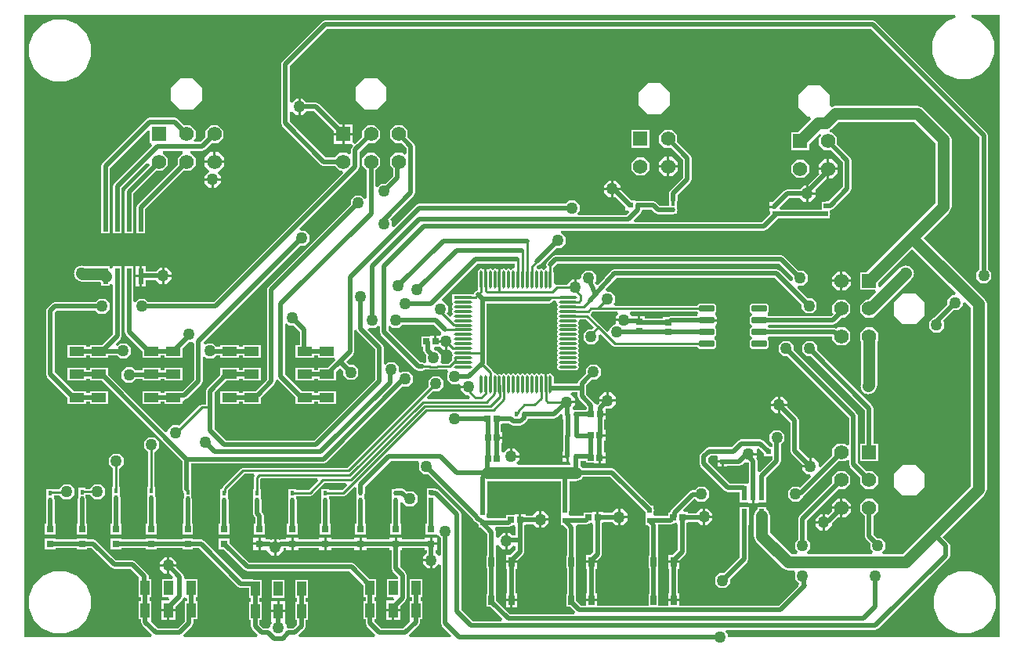
<source format=gtl>
G04*
G04 #@! TF.GenerationSoftware,Altium Limited,Altium Designer,24.2.2 (26)*
G04*
G04 Layer_Physical_Order=1*
G04 Layer_Color=255*
%FSLAX25Y25*%
%MOIN*%
G70*
G04*
G04 #@! TF.SameCoordinates,43AA1BA6-794D-441E-BC0F-4625244E732F*
G04*
G04*
G04 #@! TF.FilePolarity,Positive*
G04*
G01*
G75*
%ADD14C,0.01000*%
%ADD19R,0.01968X0.02362*%
%ADD20R,0.02362X0.02165*%
%ADD21R,0.02400X0.06400*%
G04:AMPARAMS|DCode=22|XSize=12.3mil|YSize=76.98mil|CornerRadius=6.15mil|HoleSize=0mil|Usage=FLASHONLY|Rotation=0.000|XOffset=0mil|YOffset=0mil|HoleType=Round|Shape=RoundedRectangle|*
%AMROUNDEDRECTD22*
21,1,0.01230,0.06468,0,0,0.0*
21,1,0.00000,0.07698,0,0,0.0*
1,1,0.01230,0.00000,-0.03234*
1,1,0.01230,0.00000,-0.03234*
1,1,0.01230,0.00000,0.03234*
1,1,0.01230,0.00000,0.03234*
%
%ADD22ROUNDEDRECTD22*%
G04:AMPARAMS|DCode=23|XSize=76.98mil|YSize=12.3mil|CornerRadius=6.15mil|HoleSize=0mil|Usage=FLASHONLY|Rotation=0.000|XOffset=0mil|YOffset=0mil|HoleType=Round|Shape=RoundedRectangle|*
%AMROUNDEDRECTD23*
21,1,0.07698,0.00000,0,0,0.0*
21,1,0.06468,0.01230,0,0,0.0*
1,1,0.01230,0.03234,0.00000*
1,1,0.01230,-0.03234,0.00000*
1,1,0.01230,-0.03234,0.00000*
1,1,0.01230,0.03234,0.00000*
%
%ADD23ROUNDEDRECTD23*%
%ADD24R,0.07698X0.01230*%
%ADD25R,0.02165X0.02362*%
%ADD26R,0.01772X0.01968*%
%ADD27R,0.02816X0.02648*%
%ADD28R,0.01772X0.02362*%
%ADD29R,0.02559X0.04134*%
%ADD30R,0.01575X0.01968*%
%ADD31R,0.03150X0.03150*%
%ADD32R,0.03937X0.06299*%
%ADD33R,0.06299X0.03937*%
%ADD34R,0.02100X0.06705*%
G04:AMPARAMS|DCode=35|XSize=25.59mil|YSize=64.96mil|CornerRadius=1.92mil|HoleSize=0mil|Usage=FLASHONLY|Rotation=90.000|XOffset=0mil|YOffset=0mil|HoleType=Round|Shape=RoundedRectangle|*
%AMROUNDEDRECTD35*
21,1,0.02559,0.06112,0,0,90.0*
21,1,0.02175,0.06496,0,0,90.0*
1,1,0.00384,0.03056,0.01088*
1,1,0.00384,0.03056,-0.01088*
1,1,0.00384,-0.03056,-0.01088*
1,1,0.00384,-0.03056,0.01088*
%
%ADD35ROUNDEDRECTD35*%
%ADD36R,0.02648X0.02816*%
%ADD43R,0.06181X0.06181*%
%ADD44C,0.06181*%
%ADD45R,0.06181X0.06181*%
%ADD47C,0.02000*%
%ADD48C,0.05000*%
%ADD49C,0.05000*%
G36*
X420000Y5000D02*
X304200D01*
Y6325D01*
X303289Y7236D01*
X303672Y8160D01*
X367071D01*
X367071Y8160D01*
X368372Y8699D01*
X398301Y38628D01*
X398301Y38628D01*
X398840Y39929D01*
Y44000D01*
X398840Y44000D01*
X398301Y45301D01*
X398301Y45301D01*
X395750Y47852D01*
X413449Y65551D01*
X414464Y68000D01*
X414464Y68000D01*
Y147000D01*
X414464Y147000D01*
X413449Y149449D01*
X413449Y149449D01*
X387688Y175211D01*
X398449Y185972D01*
X399464Y188421D01*
Y217000D01*
X398449Y219449D01*
X387449Y230449D01*
X385000Y231464D01*
X350000D01*
X348605Y230886D01*
X347605Y231554D01*
Y236134D01*
X343736Y240003D01*
X338264D01*
X334395Y236134D01*
Y230662D01*
X338264Y226792D01*
X339184D01*
X339598Y225792D01*
X333987Y220180D01*
X331304D01*
Y212599D01*
X338885D01*
Y215282D01*
X343464Y219861D01*
X343579Y219838D01*
X343908Y218753D01*
X343115Y217960D01*
Y214820D01*
X345335Y212599D01*
X348094D01*
X353160Y207533D01*
Y196762D01*
X347092Y190694D01*
X346083D01*
X346083Y190694D01*
X345744Y190554D01*
X344217D01*
Y188910D01*
X344160Y188772D01*
X344160Y188772D01*
Y188673D01*
X344217Y188535D01*
Y187167D01*
X326707D01*
X326293Y188167D01*
X330286Y192160D01*
X334890D01*
X336550Y190500D01*
X337500D01*
Y194000D01*
Y197500D01*
X336550D01*
X334890Y195840D01*
X329524D01*
X329524Y195840D01*
X328222Y195301D01*
X328222Y195301D01*
X323382Y190461D01*
X322114D01*
Y188976D01*
X324000D01*
Y187976D01*
X322114D01*
Y186492D01*
X322375D01*
X322398Y185492D01*
X318746Y181840D01*
X264668D01*
X264285Y182764D01*
X267309Y185788D01*
X267309Y185788D01*
X267848Y187089D01*
X268772Y187160D01*
X271874D01*
X273335Y185699D01*
X273335Y185699D01*
X274636Y185160D01*
X274636Y185160D01*
X281000D01*
X281376Y185316D01*
X282586D01*
Y186386D01*
X282840Y187000D01*
X282586Y187614D01*
Y190386D01*
X282840Y191000D01*
Y193238D01*
X288301Y198699D01*
X288840Y200000D01*
Y209295D01*
X288840Y209295D01*
X288301Y210596D01*
X288301Y210596D01*
X282696Y216201D01*
Y218960D01*
X280476Y221180D01*
X277335D01*
X275115Y218960D01*
Y215820D01*
X277335Y213599D01*
X280094D01*
X285160Y208533D01*
Y200762D01*
X279699Y195301D01*
X279160Y194000D01*
X279160Y194000D01*
Y191000D01*
X279414Y190386D01*
Y188840D01*
X275398D01*
X273937Y190301D01*
X272636Y190840D01*
X272636Y190840D01*
X266091D01*
X266090Y190840D01*
X265952Y190783D01*
X265008D01*
Y191083D01*
X263248D01*
X258831Y195500D01*
X255500D01*
Y192500D01*
X256450D01*
X256538Y192588D01*
X260646Y188480D01*
Y186917D01*
X261928D01*
X262310Y185994D01*
X261157Y184840D01*
X240763D01*
X240380Y185764D01*
X241211Y186595D01*
Y189246D01*
X239337Y191120D01*
X236686D01*
X235326Y189760D01*
X172920D01*
X172920Y189760D01*
X171619Y189221D01*
X162200Y179802D01*
X161200Y180217D01*
Y182325D01*
X160564Y182962D01*
X170703Y193100D01*
X170703Y193100D01*
X171242Y194402D01*
X171242Y194402D01*
Y214299D01*
X170703Y215600D01*
X170703Y215600D01*
X168102Y218201D01*
Y220960D01*
X165881Y223180D01*
X162741D01*
X160521Y220960D01*
Y217820D01*
X162741Y215599D01*
X165499D01*
X167561Y213537D01*
Y210996D01*
X166638Y210613D01*
X165881Y211369D01*
X162741D01*
X160521Y209149D01*
Y206009D01*
X161836Y204693D01*
Y201439D01*
X158598Y198200D01*
X156675D01*
X155340Y196866D01*
X154340Y197280D01*
Y204058D01*
X156291Y206009D01*
Y209149D01*
X154070Y211369D01*
X150930D01*
X148709Y209149D01*
Y206009D01*
X150660Y204058D01*
Y192280D01*
X149660Y191866D01*
X148326Y193200D01*
X145675D01*
X143800Y191325D01*
Y189402D01*
X108699Y154301D01*
X108160Y153000D01*
X108160Y153000D01*
Y114762D01*
X103364Y109966D01*
X102693D01*
X102693Y109966D01*
X102355Y109826D01*
X97875D01*
Y108998D01*
X96125D01*
Y109826D01*
X88426D01*
Y104489D01*
X96125D01*
Y105317D01*
X97875D01*
Y104489D01*
X105574D01*
Y106972D01*
X111301Y112699D01*
X111301Y112699D01*
X111840Y114000D01*
Y114503D01*
X112172Y114676D01*
X112840Y114810D01*
X120426Y107224D01*
Y104489D01*
X128125D01*
Y105317D01*
X129875D01*
Y104489D01*
X137574D01*
Y109826D01*
X129875D01*
Y108998D01*
X128125D01*
Y109826D01*
X123028D01*
X115840Y117014D01*
Y138328D01*
X116764Y138711D01*
X117675Y137800D01*
X119598D01*
X122160Y135238D01*
Y129511D01*
X120426D01*
Y124174D01*
X128125D01*
Y125002D01*
X129875D01*
Y124174D01*
X136882D01*
X136949Y124102D01*
X137296Y123174D01*
X133791Y119668D01*
X129875D01*
Y118840D01*
X128125D01*
Y119668D01*
X120426D01*
Y114331D01*
X128125D01*
Y115160D01*
X129875D01*
Y114331D01*
X137574D01*
Y118247D01*
X139262Y119935D01*
X140655Y118541D01*
Y116618D01*
X142530Y114743D01*
X145181D01*
X147055Y116618D01*
Y119269D01*
X145181Y121143D01*
X143257D01*
X141864Y122537D01*
X144801Y125475D01*
X144801Y125475D01*
X145340Y126776D01*
X145340Y126776D01*
Y135866D01*
X146340Y136065D01*
X146699Y135199D01*
X154160Y127738D01*
Y114762D01*
X128238Y88840D01*
X90762D01*
X85840Y93762D01*
Y103000D01*
Y109143D01*
X91028Y114331D01*
X96125D01*
Y115160D01*
X97875D01*
Y114331D01*
X105574D01*
Y119668D01*
X97875D01*
Y118840D01*
X96125D01*
Y119668D01*
X88426D01*
Y116934D01*
X82699Y111207D01*
X82160Y109906D01*
X82160Y109906D01*
Y104299D01*
X80500D01*
X79582Y103918D01*
X70729Y95066D01*
X70460Y95335D01*
X67809D01*
X65935Y93460D01*
Y92880D01*
X65011Y92497D01*
X40574Y116934D01*
Y119668D01*
X32875D01*
Y118840D01*
X31125D01*
Y119668D01*
X23426D01*
Y114331D01*
X31125D01*
Y115160D01*
X32875D01*
Y114331D01*
X37972D01*
X72160Y80143D01*
Y68000D01*
X72699Y66699D01*
X72914Y66610D01*
Y64637D01*
X72660Y64024D01*
Y53424D01*
X72225D01*
Y48875D01*
X76775D01*
Y53424D01*
X76340D01*
Y64024D01*
X76086Y64637D01*
Y68661D01*
X75840D01*
Y79065D01*
X132148D01*
X132148Y79065D01*
X133449Y79604D01*
X165660Y111815D01*
X165674Y111800D01*
X168325D01*
X170200Y113674D01*
Y116325D01*
X168325Y118200D01*
X165674D01*
X165200Y117726D01*
X164200Y118140D01*
Y120326D01*
X162326Y122200D01*
X159675D01*
X158764Y121289D01*
X157840Y121672D01*
Y128500D01*
X157840Y128500D01*
X157301Y129801D01*
X157301Y129801D01*
X151039Y136063D01*
X151716Y136800D01*
X154325D01*
X155236Y137711D01*
X156160Y137328D01*
Y135000D01*
X156160Y135000D01*
X156699Y133699D01*
X171370Y119027D01*
X171370Y119027D01*
X172672Y118488D01*
X172672Y118488D01*
X174328D01*
X175629Y119027D01*
X175630Y119029D01*
X177399D01*
X177467Y119001D01*
X180533D01*
X180601Y119029D01*
X185007D01*
X185421Y118029D01*
X184844Y117452D01*
Y114801D01*
X186718Y112927D01*
X189369D01*
X189500Y113057D01*
X190500Y112643D01*
Y112300D01*
X194000D01*
Y111300D01*
X190500D01*
Y110350D01*
X192550Y108300D01*
X193863D01*
X194640Y107523D01*
X194258Y106599D01*
X176742D01*
X176360Y107523D01*
X178656Y109819D01*
X178674Y109800D01*
X181325D01*
X183200Y111674D01*
Y114325D01*
X181325Y116200D01*
X178674D01*
X176800Y114325D01*
Y111674D01*
X176819Y111656D01*
X142462Y77299D01*
X98000D01*
X97082Y76918D01*
X89467Y69304D01*
X89087Y68386D01*
Y68161D01*
X88414D01*
Y64137D01*
X88160Y63524D01*
Y53424D01*
X87725D01*
Y48875D01*
X92275D01*
Y53424D01*
X91840D01*
Y63524D01*
X91586Y64137D01*
Y66624D01*
X91685Y66862D01*
Y67848D01*
X98538Y74701D01*
X102558D01*
X102992Y73701D01*
X102701Y73000D01*
Y68161D01*
X102414D01*
Y64137D01*
X102160Y63524D01*
Y57837D01*
X102160Y57837D01*
X102699Y56536D01*
X103160Y56074D01*
Y53424D01*
X102725D01*
Y48875D01*
X107275D01*
Y53424D01*
X106840D01*
Y56837D01*
X106301Y58138D01*
X106301Y58138D01*
X105840Y58599D01*
Y63524D01*
X105586Y64137D01*
Y68161D01*
X105299D01*
Y72462D01*
X105538Y72701D01*
X129558D01*
X129940Y71777D01*
X125938Y67775D01*
X120586D01*
Y68161D01*
X117414D01*
Y64137D01*
X117160Y63524D01*
Y53424D01*
X116725D01*
Y48875D01*
X121275D01*
Y53424D01*
X120840D01*
Y63524D01*
X120586Y64137D01*
Y65178D01*
X126476D01*
X127395Y65558D01*
X132538Y70701D01*
X141770D01*
X142153Y69777D01*
X140151Y67775D01*
X134586D01*
Y68161D01*
X131414D01*
Y64137D01*
X131160Y63524D01*
Y53424D01*
X130725D01*
Y48875D01*
X135275D01*
Y53424D01*
X134840D01*
Y63524D01*
X134586Y64137D01*
Y65178D01*
X140689D01*
X141607Y65558D01*
X145160Y69111D01*
X146160Y68696D01*
Y66476D01*
X146414Y65863D01*
Y64137D01*
X146160Y63524D01*
Y53424D01*
X145725D01*
Y48875D01*
X150275D01*
Y53424D01*
X149840D01*
Y63524D01*
X149586Y64137D01*
Y65863D01*
X149840Y66476D01*
Y69238D01*
X160797Y80195D01*
X172528D01*
X172911Y79271D01*
X172800Y79160D01*
Y76509D01*
X174674Y74635D01*
X176598D01*
X195846Y55387D01*
X196015Y54979D01*
X197011Y53983D01*
X197700Y53697D01*
X198316Y53082D01*
Y51954D01*
X199114D01*
X201928Y49139D01*
Y39936D01*
X201788D01*
Y34402D01*
X201928D01*
Y23598D01*
X201788D01*
Y18064D01*
X203145D01*
X208445Y12764D01*
X208062Y11840D01*
X195762D01*
X190840Y16762D01*
Y57419D01*
X190840Y57419D01*
X190301Y58720D01*
X190301Y58720D01*
X181212Y67809D01*
X180593Y68066D01*
X179783Y68554D01*
X179783Y68554D01*
X179783Y68554D01*
X176217D01*
Y66812D01*
X176160Y66673D01*
Y66591D01*
X176160Y66590D01*
X176217Y66452D01*
Y63465D01*
X176160Y63327D01*
Y53424D01*
X175725D01*
Y48875D01*
X180275D01*
X181077Y48397D01*
X182160Y47315D01*
Y40084D01*
X181160Y39670D01*
X179840Y40990D01*
Y42276D01*
X180575D01*
Y44350D01*
X178000D01*
Y44850D01*
X177500D01*
Y47425D01*
X175425D01*
Y46690D01*
X165575D01*
Y47425D01*
X163500D01*
Y44850D01*
X162500D01*
Y47425D01*
X160425D01*
Y46690D01*
X150575D01*
Y47425D01*
X148500D01*
Y44850D01*
Y42276D01*
X150575D01*
Y43010D01*
X160425D01*
Y42276D01*
X161160D01*
Y34394D01*
X161160Y34394D01*
X161699Y33093D01*
X163942Y30850D01*
X163901Y29850D01*
X159174D01*
Y22150D01*
X161817D01*
X162305Y21150D01*
X161954Y20701D01*
X158874D01*
Y17051D01*
X161843D01*
X164811D01*
Y18099D01*
X167112Y20400D01*
X167651Y21701D01*
X167651Y21701D01*
Y31583D01*
X167651Y31583D01*
X167112Y32884D01*
X167112Y32884D01*
X164840Y35156D01*
Y42276D01*
X165575D01*
Y43010D01*
X175425D01*
Y42276D01*
X176160D01*
Y40990D01*
X174500Y39330D01*
Y38380D01*
X178000D01*
Y37880D01*
X178500D01*
Y34380D01*
X179450D01*
X181160Y36091D01*
X182160Y35676D01*
Y11000D01*
X182160Y11000D01*
X182699Y9699D01*
X186474Y5924D01*
X186091Y5000D01*
X169017D01*
X168602Y6000D01*
X172874Y10272D01*
X173413Y11573D01*
X173413Y11573D01*
Y12702D01*
X174354D01*
Y20401D01*
X173525D01*
Y22150D01*
X174354D01*
Y29850D01*
X169017D01*
Y22150D01*
X169845D01*
Y20401D01*
X169017D01*
Y12702D01*
X169017D01*
X169099Y11702D01*
X166238Y8840D01*
X156762D01*
X153901Y11702D01*
X153986Y12702D01*
X154668D01*
Y20401D01*
X153840D01*
Y22150D01*
X154668D01*
Y29850D01*
X151934D01*
X145482Y36301D01*
X144181Y36840D01*
X144181Y36840D01*
X100613D01*
X92275Y45178D01*
Y47125D01*
X87725D01*
Y42576D01*
X89672D01*
X98549Y33699D01*
X99850Y33160D01*
X99850Y33160D01*
X143419D01*
X149331Y27247D01*
Y22150D01*
X150160D01*
Y20401D01*
X149331D01*
Y12702D01*
X150160D01*
Y11000D01*
X150160Y11000D01*
X150699Y9699D01*
X154398Y6000D01*
X153983Y5000D01*
X122017D01*
X121602Y6000D01*
X124144Y8541D01*
X124683Y9843D01*
X124683Y9843D01*
Y12426D01*
X125511D01*
Y20125D01*
X124683D01*
Y21875D01*
X125511D01*
Y29574D01*
X120174D01*
Y21875D01*
X121002D01*
Y20125D01*
X120174D01*
Y12426D01*
X121002D01*
Y10605D01*
X119238Y8840D01*
X117364D01*
X117332Y8827D01*
X116500Y9382D01*
Y10450D01*
X115824Y11126D01*
X115969Y12126D01*
X115969D01*
Y15776D01*
X113000D01*
X110031D01*
Y12126D01*
X110031D01*
X110176Y11126D01*
X109500Y10450D01*
Y9382D01*
X108668Y8827D01*
X108636Y8840D01*
X108636Y8840D01*
X106762D01*
X104998Y10605D01*
Y12426D01*
X105826D01*
Y20125D01*
X104998D01*
Y21875D01*
X105826D01*
Y29574D01*
X102527D01*
X102189Y29714D01*
X102189Y29714D01*
X97882D01*
X81445Y46152D01*
X80144Y46690D01*
X80144Y46690D01*
X76775D01*
Y47125D01*
X72225D01*
Y46690D01*
X61275D01*
Y47125D01*
X56725D01*
Y46690D01*
X46275D01*
Y47125D01*
X41725D01*
Y42576D01*
X46275D01*
Y43010D01*
X56725D01*
Y42576D01*
X61275D01*
Y43010D01*
X72225D01*
Y42576D01*
X76775D01*
Y43010D01*
X79382D01*
X95819Y26573D01*
X95819Y26573D01*
X97120Y26034D01*
X97120Y26034D01*
X100489D01*
Y21875D01*
X101317D01*
Y20125D01*
X100489D01*
Y12426D01*
X101317D01*
Y9843D01*
X101317Y9843D01*
X101856Y8541D01*
X104398Y6000D01*
X103983Y5000D01*
X73017D01*
X72602Y6000D01*
X76396Y9794D01*
X76396Y9794D01*
X76935Y11095D01*
Y12702D01*
X78668D01*
Y20401D01*
X77840D01*
Y22150D01*
X78668D01*
Y29850D01*
X73840D01*
X73331Y29850D01*
X72840Y30646D01*
Y30889D01*
X72840Y30889D01*
X72301Y32190D01*
X72301Y32190D01*
X69657Y34834D01*
Y35231D01*
X66658D01*
Y32231D01*
X67055D01*
X68437Y30850D01*
X68023Y29850D01*
X63489D01*
Y22150D01*
X66132D01*
X66620Y21150D01*
X66269Y20701D01*
X63189D01*
Y17051D01*
X66158D01*
X69126D01*
Y18099D01*
X72301Y21274D01*
X72301Y21274D01*
X72498Y21749D01*
X73160Y22068D01*
X73763Y21841D01*
X74160Y21443D01*
Y20401D01*
X73331D01*
Y15831D01*
X73255Y15646D01*
X73255Y15646D01*
Y11857D01*
X70238Y8840D01*
X61762D01*
X58901Y11702D01*
X58983Y12702D01*
X58983D01*
Y20401D01*
X58155D01*
Y22150D01*
X58983D01*
Y29850D01*
X57862D01*
Y30978D01*
X57862Y30978D01*
X57323Y32279D01*
X57323Y32279D01*
X52301Y37301D01*
X51000Y37840D01*
X51000Y37840D01*
X43973D01*
X35661Y46152D01*
X34360Y46690D01*
X34360Y46690D01*
X31775D01*
Y47125D01*
X27225D01*
Y46690D01*
X18275D01*
Y47125D01*
X13725D01*
Y42576D01*
X18275D01*
Y43010D01*
X27225D01*
Y42576D01*
X31775D01*
Y43010D01*
X33598D01*
X41910Y34699D01*
X41910Y34699D01*
X43211Y34160D01*
X43211Y34160D01*
X50238D01*
X53577Y30821D01*
X53646Y29850D01*
X53646D01*
Y22150D01*
X54475D01*
Y20401D01*
X53646D01*
Y12702D01*
X54587D01*
Y11573D01*
X54587Y11573D01*
X55126Y10272D01*
X59398Y6000D01*
X58983Y5000D01*
X5000D01*
Y270000D01*
X401012D01*
X401211Y269000D01*
X397090Y267293D01*
X393376Y263580D01*
X391367Y258728D01*
Y253477D01*
X393376Y248625D01*
X397090Y244912D01*
X401941Y242902D01*
X407193D01*
X412044Y244912D01*
X415757Y248625D01*
X417767Y253477D01*
Y258728D01*
X415757Y263580D01*
X412044Y267293D01*
X407923Y269000D01*
X408121Y270000D01*
X420000D01*
Y5000D01*
D02*
G37*
G36*
X392536Y215565D02*
Y189856D01*
X380340Y177660D01*
X363282Y160602D01*
X360599D01*
Y153021D01*
X366815D01*
X367198Y152097D01*
X363892Y148791D01*
X362820D01*
X360599Y146570D01*
Y143430D01*
X362820Y141209D01*
X365960D01*
X367197Y142446D01*
X367449Y142551D01*
X382449Y157551D01*
X382713Y158187D01*
X383200Y158675D01*
Y159363D01*
X383464Y160000D01*
X383200Y160636D01*
Y161326D01*
X382713Y161813D01*
X382449Y162449D01*
X381813Y162713D01*
X381326Y163200D01*
X380637D01*
X380000Y163464D01*
X379363Y163200D01*
X378675D01*
X378187Y162713D01*
X377551Y162449D01*
X369104Y154002D01*
X368180Y154385D01*
Y155703D01*
X382789Y170312D01*
X401347Y151755D01*
X400933Y150755D01*
X399649D01*
X397775Y148880D01*
Y146957D01*
X392018Y141200D01*
X391674D01*
X389800Y139325D01*
Y136674D01*
X391674Y134800D01*
X394325D01*
X396200Y136674D01*
Y139325D01*
X395774Y139752D01*
X400377Y144355D01*
X402300D01*
X404175Y146229D01*
Y147513D01*
X405175Y147927D01*
X407536Y145565D01*
Y69435D01*
X389551Y51449D01*
X378565Y40464D01*
X370403D01*
X369989Y41464D01*
X371200Y42674D01*
Y45325D01*
X369325Y47200D01*
X367960D01*
X366230Y48930D01*
Y56668D01*
X368180Y58619D01*
Y61759D01*
X365960Y63980D01*
X362820D01*
X360599Y61759D01*
Y58619D01*
X362550Y56668D01*
Y48168D01*
X362550Y48168D01*
X363089Y46867D01*
X364800Y45155D01*
Y42674D01*
X366011Y41464D01*
X365597Y40464D01*
X338403D01*
X337989Y41464D01*
X339200Y42674D01*
Y45325D01*
X337840Y46685D01*
Y54659D01*
X351391Y68209D01*
X354149D01*
X356369Y70430D01*
Y73570D01*
X354149Y75791D01*
X351009D01*
X348788Y73570D01*
Y70812D01*
X334699Y56722D01*
X334160Y55421D01*
X334160Y55421D01*
Y46685D01*
X332800Y45325D01*
Y42674D01*
X334011Y41464D01*
X333597Y40464D01*
X331435D01*
X322204Y49694D01*
Y56700D01*
X321189Y59149D01*
X320640Y59377D01*
Y60600D01*
X316840D01*
Y59377D01*
X316291Y59149D01*
X315277Y56700D01*
Y48260D01*
X316291Y45811D01*
X327551Y34551D01*
X330000Y33536D01*
X332704D01*
X333087Y32612D01*
X332800Y32326D01*
Y29675D01*
X334675Y27800D01*
X334337Y26940D01*
X326002Y18604D01*
X283512D01*
Y20331D01*
X281232D01*
X278953D01*
Y18604D01*
X274747D01*
Y23598D01*
X274608D01*
Y34402D01*
X274747D01*
Y39936D01*
X274608D01*
Y52902D01*
X274670Y52995D01*
X279866D01*
X279866Y52995D01*
X281167Y53534D01*
X281476Y53842D01*
X282476Y53676D01*
X283044Y52912D01*
Y42371D01*
X280909Y40236D01*
X278953D01*
Y37669D01*
X281232D01*
X283547D01*
X286185Y40307D01*
X286185Y40307D01*
X286724Y41609D01*
X286724Y41609D01*
Y53676D01*
X287292D01*
Y54160D01*
X291634D01*
X292829Y52965D01*
X293779D01*
Y56465D01*
Y59965D01*
X292829D01*
X290779Y57914D01*
Y57840D01*
X287292D01*
Y58324D01*
X285556D01*
X285174Y59248D01*
X290035Y64109D01*
X290366D01*
X291674Y62800D01*
X294325D01*
X296200Y64675D01*
Y67326D01*
X294325Y69200D01*
X291674D01*
X290264Y67789D01*
X289273D01*
X287972Y67250D01*
X280175Y59453D01*
X279636Y58152D01*
X279008Y58024D01*
Y56675D01*
X273432D01*
X272684Y57284D01*
Y58789D01*
X272840Y59165D01*
Y59331D01*
X272684Y59707D01*
Y61046D01*
X271721D01*
X256207Y76561D01*
X254906Y77100D01*
X254906Y77100D01*
X242334D01*
X242189Y77449D01*
X241580Y77701D01*
Y80160D01*
X243892D01*
Y79578D01*
X247360D01*
Y79278D01*
X249268D01*
Y81601D01*
X249768D01*
Y82101D01*
X252176D01*
Y83925D01*
X251608D01*
Y88778D01*
X252176D01*
Y90601D01*
X249768D01*
Y91601D01*
X252176D01*
Y93425D01*
X251666D01*
Y97676D01*
X252292D01*
Y99500D01*
X249884D01*
Y100500D01*
X252292D01*
Y102324D01*
X253275Y102365D01*
X254532D01*
X256583Y104415D01*
Y105365D01*
X249583D01*
Y104967D01*
X248880Y104265D01*
X247837Y104368D01*
X247732Y104424D01*
X247417Y105185D01*
X247417Y105185D01*
X244111Y108491D01*
Y112509D01*
X246402Y114800D01*
X248325D01*
X250200Y116674D01*
Y119325D01*
X248325Y121200D01*
X245674D01*
X243800Y119325D01*
Y117402D01*
X240970Y114572D01*
X240431Y113271D01*
X239507Y113143D01*
X230187D01*
Y115889D01*
X229770Y116896D01*
X228764Y117313D01*
X228072Y117026D01*
X228031Y117125D01*
X227295Y117430D01*
Y112656D01*
X226295D01*
Y117430D01*
X225559Y117125D01*
X225518Y117026D01*
X224827Y117313D01*
X223843Y116905D01*
X222858Y117313D01*
X221874Y116905D01*
X220890Y117313D01*
X219905Y116905D01*
X218921Y117313D01*
X217937Y116905D01*
X216953Y117313D01*
X215968Y116905D01*
X214984Y117313D01*
X214000Y116905D01*
X213016Y117313D01*
X212032Y116905D01*
X211047Y117313D01*
X210063Y116905D01*
X209079Y117313D01*
X208095Y116905D01*
X207110Y117313D01*
X206126Y116905D01*
X205142Y117313D01*
X204347Y118066D01*
X204048Y118789D01*
X201487Y121349D01*
X201698Y121858D01*
Y126142D01*
Y147302D01*
X228378D01*
X229679Y147841D01*
X229938Y148465D01*
X230915D01*
X231363Y147795D01*
X231874Y146559D01*
X231974Y146518D01*
X231687Y145827D01*
X232095Y144843D01*
X231687Y143858D01*
X232095Y142874D01*
X231687Y141890D01*
X232095Y140905D01*
X231687Y139921D01*
X232095Y138937D01*
X231687Y137953D01*
X232095Y136969D01*
X231687Y135984D01*
X232095Y135000D01*
X231687Y134016D01*
X232095Y133031D01*
X231687Y132047D01*
X232095Y131063D01*
X231687Y130079D01*
X232095Y129095D01*
X231687Y128110D01*
X232095Y127126D01*
X231687Y126142D01*
X232095Y125157D01*
X231687Y124173D01*
X232095Y123189D01*
X231687Y122205D01*
X232095Y121221D01*
X231687Y120236D01*
X232104Y119230D01*
X233111Y118813D01*
X239578D01*
X240585Y119230D01*
X241002Y120236D01*
X240594Y121221D01*
X241002Y122205D01*
X240594Y123189D01*
X241002Y124173D01*
X240594Y125157D01*
X241002Y126142D01*
X240594Y127126D01*
X241002Y128110D01*
X240594Y129095D01*
X241002Y130079D01*
X240594Y131063D01*
X241002Y132047D01*
X240594Y133031D01*
X241002Y134016D01*
X240594Y135000D01*
X241002Y135984D01*
X240594Y136969D01*
X241002Y137953D01*
X240594Y138937D01*
X241002Y139921D01*
X241449Y140591D01*
X243915D01*
X247335Y137172D01*
X246363Y136200D01*
X244674D01*
X242800Y134326D01*
Y131675D01*
X244674Y129800D01*
X247325D01*
X249200Y131675D01*
Y133892D01*
X250200Y134306D01*
X255425Y129082D01*
X256343Y128701D01*
X291444D01*
X291639Y128230D01*
X292322Y127947D01*
X298434D01*
X299117Y128230D01*
X299399Y128912D01*
Y131088D01*
X299117Y131770D01*
X298562Y132000D01*
X298506Y132413D01*
Y132587D01*
X298562Y133000D01*
X299117Y133230D01*
X299399Y133912D01*
Y136088D01*
X299117Y136770D01*
X299054Y136796D01*
Y137879D01*
X299346Y138000D01*
X299724Y138912D01*
Y139500D01*
X295378D01*
Y140500D01*
X299724D01*
Y141088D01*
X299346Y142000D01*
X299054Y142121D01*
Y143204D01*
X299117Y143230D01*
X299399Y143912D01*
Y146088D01*
X299117Y146770D01*
X298434Y147053D01*
X292322D01*
X291639Y146770D01*
X291444Y146299D01*
X256131D01*
X255748Y147223D01*
X256200Y147675D01*
Y150326D01*
X254326Y152200D01*
X252867D01*
X252417Y153200D01*
X256826Y158160D01*
X324315D01*
X335666Y146808D01*
Y144885D01*
X337541Y143011D01*
X340192D01*
X342066Y144885D01*
Y147536D01*
X340192Y149411D01*
X338269D01*
X333879Y153800D01*
X334293Y154800D01*
X336326D01*
X338200Y156675D01*
Y159326D01*
X336326Y161200D01*
X334402D01*
X328301Y167301D01*
X327000Y167840D01*
X327000Y167840D01*
X231000D01*
X229699Y167301D01*
X229699Y167301D01*
X227463Y165065D01*
X226924Y163764D01*
X227290Y162879D01*
X226982Y162332D01*
X226669Y161950D01*
X225811Y161594D01*
X224827Y162002D01*
X224053Y161681D01*
X223055Y162113D01*
X223011Y162236D01*
X223000Y163160D01*
X224301Y163699D01*
X231402Y170800D01*
X233326D01*
X235200Y172675D01*
Y175326D01*
X233366Y177160D01*
X233422Y178160D01*
X319508D01*
X319508Y178160D01*
X320809Y178699D01*
X325597Y183487D01*
X344217D01*
Y183446D01*
X347783D01*
Y185188D01*
X347840Y185327D01*
X347783Y185465D01*
Y186090D01*
X347854Y187014D01*
X349155Y187553D01*
X356301Y194699D01*
X356301Y194699D01*
X356840Y196000D01*
Y208295D01*
X356840Y208295D01*
X356301Y209596D01*
X356301Y209596D01*
X350696Y215201D01*
Y217960D01*
X348476Y220180D01*
X347765D01*
X347566Y221180D01*
X348441Y221543D01*
X351435Y224536D01*
X383565D01*
X392536Y215565D01*
D02*
G37*
G36*
X213685Y162449D02*
X213016Y162002D01*
X212032Y161594D01*
X211047Y162002D01*
X210063Y161594D01*
X209079Y162002D01*
X208387Y161715D01*
X208346Y161814D01*
X207610Y162119D01*
Y157344D01*
X206610D01*
Y162119D01*
X205874Y161814D01*
X205833Y161715D01*
X205142Y162002D01*
X204157Y161594D01*
X203173Y162002D01*
X202482Y161715D01*
X202441Y161814D01*
X201705Y162119D01*
Y157344D01*
X200705D01*
Y162119D01*
X199969Y161814D01*
X199927Y161715D01*
X199236Y162002D01*
X198230Y161585D01*
X197813Y160578D01*
Y154111D01*
X197893Y153916D01*
Y152796D01*
X196699Y152301D01*
X196233Y151178D01*
X191771D01*
X191532Y151079D01*
X187107D01*
Y148449D01*
X187107D01*
X186998Y147795D01*
X187139Y147455D01*
X187406Y146811D01*
X186998Y145827D01*
X187406Y144843D01*
X186998Y143858D01*
X187406Y142874D01*
X187039Y141988D01*
X186074Y141539D01*
X184569Y143044D01*
X185157Y143631D01*
Y146282D01*
X183282Y148157D01*
X183066D01*
X182683Y149081D01*
X197746Y164144D01*
X213685D01*
Y162449D01*
D02*
G37*
G36*
X331800Y158598D02*
Y157293D01*
X330800Y156879D01*
X326378Y161301D01*
X325077Y161840D01*
X325077Y161840D01*
X256000D01*
X255947Y161818D01*
X255892Y161837D01*
X255303Y161551D01*
X254699Y161301D01*
X254677Y161248D01*
X254625Y161223D01*
X249169Y155085D01*
X248182Y155246D01*
X247759Y156234D01*
X248200Y156675D01*
Y159326D01*
X246325Y161200D01*
X243674D01*
X241800Y159326D01*
Y157993D01*
X240879Y157500D01*
X239929D01*
Y154000D01*
X238929D01*
Y157500D01*
X237979D01*
X235929Y155450D01*
Y155299D01*
X231644D01*
X231187Y155110D01*
X230187Y155686D01*
Y160578D01*
X230063Y160879D01*
Y162462D01*
X230065Y162463D01*
X231762Y164160D01*
X326238D01*
X331800Y158598D01*
D02*
G37*
G36*
X291639Y143230D02*
X291288Y142293D01*
X290819Y141840D01*
X279916D01*
X278873Y141408D01*
X276676D01*
Y140840D01*
X268824D01*
Y141792D01*
X267000D01*
Y139384D01*
X266000D01*
Y141792D01*
X264176D01*
Y141792D01*
X263237Y141939D01*
X262475Y142701D01*
X262890Y143701D01*
X291444D01*
X291639Y143230D01*
D02*
G37*
G36*
X182199Y135199D02*
X182269Y134103D01*
X181535Y133324D01*
X180384D01*
Y131000D01*
X179384D01*
Y133324D01*
X177476D01*
Y133024D01*
X174008D01*
Y128976D01*
X174684D01*
Y127288D01*
X174684Y127288D01*
X175223Y125987D01*
X175842Y125367D01*
X175800Y125326D01*
Y122675D01*
X175857Y122618D01*
X175290Y121770D01*
X174328Y122169D01*
X173434D01*
X159840Y135762D01*
Y137328D01*
X160764Y137711D01*
X161674Y136800D01*
X164325D01*
X165685Y138160D01*
X179238D01*
X182199Y135199D01*
D02*
G37*
G36*
X257673Y142701D02*
X256574Y141602D01*
Y140653D01*
X260074D01*
Y139653D01*
X256574D01*
Y138703D01*
X256366Y138200D01*
X255675D01*
X253800Y136326D01*
Y135687D01*
X252876Y135304D01*
X250090Y138090D01*
X246104Y142076D01*
X246141Y143304D01*
X246538Y143701D01*
X257259D01*
X257673Y142701D01*
D02*
G37*
G36*
X184926Y127563D02*
X185876D01*
X186606Y126879D01*
X186998Y126142D01*
X187406Y125157D01*
X186998Y124173D01*
X187079Y123979D01*
Y123297D01*
X185409Y121627D01*
X182459D01*
X182077Y122551D01*
X182200Y122675D01*
Y125326D01*
X180325Y127200D01*
X179568D01*
X179203Y127676D01*
X179697Y128676D01*
X181863D01*
X182976Y127563D01*
X183926D01*
Y131063D01*
X184926D01*
Y127563D01*
D02*
G37*
G36*
X240431Y107729D02*
X240431Y107729D01*
X240970Y106428D01*
X244276Y103122D01*
Y102024D01*
X244008D01*
Y101840D01*
X241326D01*
Y101881D01*
X238649D01*
X238255Y102832D01*
X238345Y102991D01*
X239163Y103810D01*
Y104760D01*
X235663D01*
Y105760D01*
X239163D01*
Y106709D01*
X237410Y108463D01*
X237824Y109462D01*
X240431D01*
Y107729D01*
D02*
G37*
G36*
X234114Y99802D02*
Y97819D01*
X234290D01*
Y93181D01*
X234244D01*
Y91006D01*
X234160Y90803D01*
X234160Y90803D01*
Y84181D01*
X234114D01*
Y82500D01*
X236000D01*
Y82000D01*
X236500D01*
Y79819D01*
X236883D01*
X237349Y78819D01*
X237050Y78464D01*
X214828D01*
X214413Y79464D01*
X215500Y80550D01*
Y81500D01*
X212000D01*
Y82000D01*
X211500D01*
Y85500D01*
X210550D01*
X208840Y83790D01*
X207840Y84204D01*
Y87676D01*
X208408D01*
Y89500D01*
X206000D01*
Y90500D01*
X208408D01*
Y92324D01*
X207782D01*
Y95676D01*
X208292D01*
Y96160D01*
X211063D01*
X211508Y95715D01*
X212809Y95176D01*
X212809Y95176D01*
X216041D01*
X216041Y95176D01*
X217342Y95715D01*
X218876Y97248D01*
X218876Y97248D01*
X219194Y98016D01*
X219362D01*
Y98160D01*
X230404D01*
X230404Y98160D01*
X231705Y98699D01*
X233190Y100184D01*
X234114Y99802D01*
D02*
G37*
G36*
X269290Y58274D02*
X269316Y57284D01*
Y56716D01*
X269316D01*
Y55211D01*
X269160Y54835D01*
Y54669D01*
X269160Y54669D01*
X269316Y54293D01*
Y52953D01*
X270113D01*
X270928Y52139D01*
Y39936D01*
X270788D01*
Y34402D01*
X270928D01*
Y23598D01*
X270788D01*
Y18604D01*
X248512D01*
Y20331D01*
X246232D01*
X243953D01*
Y18604D01*
X241809D01*
X239747Y20666D01*
Y23598D01*
X239608D01*
Y34402D01*
X239747D01*
Y39936D01*
X239608D01*
Y51902D01*
X239608Y51902D01*
X239569Y51995D01*
X240237Y52995D01*
X243866D01*
X243866Y52995D01*
X245167Y53534D01*
X245476Y53842D01*
X246476Y53676D01*
X247044Y52912D01*
Y41371D01*
X245910Y40236D01*
X243953D01*
Y37669D01*
X246232D01*
X248547D01*
X250185Y39307D01*
X250185Y39307D01*
X250724Y40609D01*
Y53676D01*
X251292D01*
Y54309D01*
X254954D01*
X256614Y52649D01*
X257563D01*
Y56149D01*
Y59649D01*
X256614D01*
X254954Y57989D01*
X251292D01*
Y58324D01*
X249384D01*
Y56000D01*
X248384D01*
Y58324D01*
X246476D01*
Y58024D01*
X243008D01*
Y56675D01*
X237432D01*
X236684Y57284D01*
Y58789D01*
X236840Y59165D01*
Y71536D01*
X239740D01*
X242189Y72551D01*
X242549Y73420D01*
X254143D01*
X269290Y58274D01*
D02*
G37*
G36*
X233160Y59165D02*
X233316Y58789D01*
Y57284D01*
X233316D01*
Y56716D01*
X233316D01*
Y55211D01*
X233160Y54835D01*
Y54669D01*
X233160Y54669D01*
X233316Y54293D01*
Y52953D01*
X234114D01*
X235928Y51139D01*
Y39936D01*
X235788D01*
Y34402D01*
X235928D01*
Y23598D01*
X235788D01*
Y18064D01*
X237145D01*
X239369Y15840D01*
X238954Y14840D01*
X211573D01*
X209435Y16978D01*
X210064Y17764D01*
X211732D01*
Y20331D01*
X209953D01*
Y17875D01*
X209167Y17246D01*
X205747Y20666D01*
Y23598D01*
X205608D01*
Y34402D01*
X205747D01*
Y39936D01*
X205608D01*
Y44290D01*
X206608Y44442D01*
X208550Y42500D01*
X209500D01*
Y46000D01*
Y49500D01*
X208550D01*
X206608Y47558D01*
X205608Y47710D01*
Y49902D01*
X205608Y49902D01*
X205155Y50995D01*
X205584Y51995D01*
X210866D01*
X210866Y51995D01*
X212167Y52534D01*
X212476Y52842D01*
X213476Y52676D01*
X214044Y51911D01*
Y48414D01*
X212536D01*
X211450Y49500D01*
X210500D01*
Y46000D01*
Y42500D01*
X211450D01*
X213044Y44094D01*
X214044Y43680D01*
Y42371D01*
X211910Y40236D01*
X209953D01*
Y37669D01*
X212232D01*
X214547D01*
X217185Y40307D01*
X217185Y40307D01*
X217724Y41609D01*
X217724Y41609D01*
Y47000D01*
X217724Y47000D01*
X217724Y47000D01*
Y52676D01*
X218292D01*
Y53160D01*
X221702D01*
X223081Y51781D01*
X224031D01*
Y55281D01*
Y58781D01*
X223081D01*
X221140Y56840D01*
X218292D01*
Y57324D01*
X216384D01*
Y55000D01*
X215384D01*
Y57324D01*
X213476D01*
Y57024D01*
X210008D01*
Y55675D01*
X202432D01*
X201684Y56284D01*
Y57789D01*
X201840Y58165D01*
Y71430D01*
X202000Y71536D01*
X233160D01*
Y59165D01*
D02*
G37*
%LPC*%
G36*
X366000Y267840D02*
X366000Y267840D01*
X133000D01*
X133000Y267840D01*
X131699Y267301D01*
X114699Y250301D01*
X114160Y249000D01*
X114160Y249000D01*
Y224000D01*
X114160Y224000D01*
X114699Y222699D01*
X131120Y206278D01*
X131120Y206278D01*
X132421Y205739D01*
X132421Y205739D01*
X137168D01*
X139119Y203788D01*
X140189D01*
X140571Y202864D01*
X85547Y147840D01*
X57685D01*
X56326Y149200D01*
X53675D01*
X52340Y147866D01*
X51340Y148280D01*
Y158948D01*
X51250Y159165D01*
Y163000D01*
X47750D01*
Y159165D01*
X47660Y158948D01*
Y135161D01*
X47660Y135161D01*
X48199Y133860D01*
X55150Y126909D01*
Y124174D01*
X62850D01*
Y125002D01*
X64599D01*
Y124174D01*
X72298D01*
Y128090D01*
X75009Y130800D01*
X76326D01*
X77160Y130220D01*
Y114762D01*
X72238Y109840D01*
X69291D01*
X69257Y109826D01*
X64599D01*
Y108998D01*
X62850D01*
Y109826D01*
X55150D01*
Y104489D01*
X62850D01*
Y105317D01*
X64599D01*
Y104489D01*
X72298D01*
Y105555D01*
X73000Y106160D01*
X74301Y106699D01*
X80301Y112699D01*
X80840Y114000D01*
Y124328D01*
X81764Y124711D01*
X82674Y123800D01*
X85325D01*
X86607Y125081D01*
X88426D01*
Y124174D01*
X96125D01*
Y125002D01*
X97875D01*
Y124174D01*
X105574D01*
Y129511D01*
X97875D01*
Y128683D01*
X96125D01*
Y129511D01*
X88426D01*
Y128761D01*
X86764D01*
X85325Y130200D01*
X82674D01*
X82318Y129844D01*
X81257Y130196D01*
X81198Y130596D01*
X122402Y171800D01*
X124326D01*
X126200Y173674D01*
Y176326D01*
X124326Y178200D01*
X122526D01*
X122112Y179200D01*
X147081Y204169D01*
X147620Y205470D01*
X147620Y205470D01*
Y211907D01*
X151312Y215599D01*
X154070D01*
X156291Y217820D01*
Y220960D01*
X154070Y223180D01*
X150930D01*
X148709Y220960D01*
Y218201D01*
X145760Y215252D01*
X144780Y215686D01*
X144780Y216139D01*
Y218890D01*
X141189D01*
Y215299D01*
X143872D01*
X144393Y215299D01*
X144827Y214319D01*
X144478Y213970D01*
X143939Y212669D01*
X143939Y212669D01*
Y210996D01*
X143016Y210613D01*
X142259Y211369D01*
X139119D01*
X137168Y209419D01*
X133183D01*
X117840Y224762D01*
Y228796D01*
X118840Y229210D01*
X120550Y227500D01*
X121500D01*
Y231000D01*
Y234500D01*
X120550D01*
X118840Y232790D01*
X117840Y233204D01*
Y248238D01*
X133762Y264160D01*
X365238D01*
X411308Y218090D01*
Y161784D01*
X409948Y160424D01*
Y157773D01*
X411823Y155898D01*
X414473D01*
X416348Y157773D01*
Y160424D01*
X414988Y161784D01*
Y218852D01*
X414449Y220153D01*
X367301Y267301D01*
X366000Y267840D01*
D02*
G37*
G36*
X22626Y268200D02*
X17374D01*
X12523Y266190D01*
X8810Y262477D01*
X6800Y257626D01*
Y252374D01*
X8810Y247523D01*
X12523Y243810D01*
X17374Y241800D01*
X22626D01*
X27477Y243810D01*
X31190Y247523D01*
X33200Y252374D01*
Y257626D01*
X31190Y262477D01*
X27477Y266190D01*
X22626Y268200D01*
D02*
G37*
G36*
X155236Y243003D02*
X149764D01*
X145895Y239134D01*
Y233662D01*
X149764Y229792D01*
X155236D01*
X159106Y233662D01*
Y239134D01*
X155236Y243003D01*
D02*
G37*
G36*
X76736D02*
X71264D01*
X67395Y239134D01*
Y233662D01*
X71264Y229792D01*
X76736D01*
X80606Y233662D01*
Y239134D01*
X76736Y243003D01*
D02*
G37*
G36*
X275736Y241003D02*
X270264D01*
X266394Y237134D01*
Y231662D01*
X270264Y227792D01*
X275736D01*
X279606Y231662D01*
Y237134D01*
X275736Y241003D01*
D02*
G37*
G36*
X144780Y223480D02*
X141189D01*
Y219890D01*
X144780D01*
Y223480D01*
D02*
G37*
G36*
X123450Y234500D02*
X122500D01*
Y231000D01*
Y227500D01*
X123450D01*
X125110Y229160D01*
X128317D01*
X136598Y220878D01*
Y219890D01*
X140189D01*
Y223480D01*
X139201D01*
X130380Y232301D01*
X129079Y232840D01*
X129079Y232840D01*
X125110D01*
X123450Y234500D01*
D02*
G37*
G36*
X140189Y218890D02*
X136598D01*
Y215299D01*
X140189D01*
Y218890D01*
D02*
G37*
G36*
X270885Y221180D02*
X263304D01*
Y213599D01*
X270885D01*
Y221180D01*
D02*
G37*
G36*
X68910Y226320D02*
X68909Y226320D01*
X58270D01*
X56969Y225781D01*
X56969Y225781D01*
X38199Y207011D01*
X37660Y205710D01*
X37660Y205710D01*
Y181052D01*
X37750Y180835D01*
Y177000D01*
X41250D01*
Y180835D01*
X41340Y181052D01*
Y204948D01*
X57474Y221083D01*
X58398Y220700D01*
Y215599D01*
X58994D01*
X59408Y214599D01*
X43199Y198390D01*
X42660Y197089D01*
X42660Y197089D01*
Y181052D01*
X42750Y180835D01*
Y177000D01*
X46250D01*
Y180835D01*
X46340Y181052D01*
Y196327D01*
X57040Y207027D01*
X58096Y206668D01*
X58163Y206155D01*
X48199Y196191D01*
X47660Y194890D01*
X47660Y194890D01*
Y181052D01*
X47750Y180835D01*
Y177000D01*
X51250D01*
Y180835D01*
X51340Y181052D01*
Y194128D01*
X61001Y203788D01*
X63759D01*
X65979Y206009D01*
Y209149D01*
X63830Y211298D01*
X63930Y212298D01*
X72259D01*
X72359Y211298D01*
X70209Y209149D01*
Y206390D01*
X53199Y189380D01*
X52660Y188079D01*
X52660Y188079D01*
Y181052D01*
X52750Y180835D01*
Y177000D01*
X56250D01*
Y180835D01*
X56340Y181052D01*
Y187317D01*
X72812Y203788D01*
X75570D01*
X77790Y206009D01*
Y209149D01*
X75641Y211298D01*
X75741Y212298D01*
X80560D01*
X80560Y212298D01*
X81861Y212837D01*
X84623Y215599D01*
X87381D01*
X89602Y217820D01*
Y220960D01*
X87381Y223180D01*
X84241D01*
X82020Y220960D01*
Y218201D01*
X79798Y215979D01*
X77256D01*
X76873Y216902D01*
X77790Y217820D01*
Y220960D01*
X75570Y223180D01*
X72812D01*
X70211Y225781D01*
X68910Y226320D01*
D02*
G37*
G36*
X87505Y211669D02*
X86311D01*
Y208079D01*
X89902D01*
Y209273D01*
X87505Y211669D01*
D02*
G37*
G36*
X85311D02*
X84117D01*
X81721Y209273D01*
Y208079D01*
X85311D01*
Y211669D01*
D02*
G37*
G36*
X280600Y209669D02*
X279405D01*
Y206079D01*
X282996D01*
Y207273D01*
X280600Y209669D01*
D02*
G37*
G36*
X278405D02*
X277211D01*
X274815Y207273D01*
Y206079D01*
X278405D01*
Y209669D01*
D02*
G37*
G36*
X348600Y208669D02*
X347406D01*
Y205079D01*
X350996D01*
Y206273D01*
X348600Y208669D01*
D02*
G37*
G36*
X346406D02*
X345211D01*
X342815Y206273D01*
Y205079D01*
X346406D01*
Y208669D01*
D02*
G37*
G36*
X268665Y209369D02*
X265524D01*
X263304Y207149D01*
Y204009D01*
X265524Y201788D01*
X268665D01*
X270885Y204009D01*
Y207149D01*
X268665Y209369D01*
D02*
G37*
G36*
X282996Y205079D02*
X279405D01*
Y201488D01*
X280600D01*
X282996Y203884D01*
Y205079D01*
D02*
G37*
G36*
X278405D02*
X274815D01*
Y203884D01*
X277211Y201488D01*
X278405D01*
Y205079D01*
D02*
G37*
G36*
X336665Y208369D02*
X333524D01*
X331304Y206149D01*
Y203009D01*
X333524Y200788D01*
X336665D01*
X338885Y203009D01*
Y206149D01*
X336665Y208369D01*
D02*
G37*
G36*
X89902Y207079D02*
X85811D01*
X81721D01*
Y205884D01*
X83713Y203892D01*
X83550Y203500D01*
X81500Y201450D01*
Y200500D01*
X88500D01*
Y201450D01*
X87200Y202750D01*
X87505Y203488D01*
X89902Y205884D01*
Y207079D01*
D02*
G37*
G36*
X350996Y204079D02*
X347406D01*
Y200488D01*
X348600D01*
X350996Y202884D01*
Y204079D01*
D02*
G37*
G36*
X256450Y199500D02*
X255500D01*
Y196500D01*
X258500D01*
Y197450D01*
X256450Y199500D01*
D02*
G37*
G36*
X254500D02*
X253550D01*
X251500Y197450D01*
Y196500D01*
X254500D01*
Y199500D01*
D02*
G37*
G36*
X88500D02*
X85500D01*
Y196500D01*
X86450D01*
X88500Y198550D01*
Y199500D01*
D02*
G37*
G36*
X84500D02*
X81500D01*
Y198550D01*
X83550Y196500D01*
X84500D01*
Y199500D01*
D02*
G37*
G36*
X346406Y204079D02*
X342815D01*
Y202884D01*
X343143Y202557D01*
X338500Y197914D01*
Y194500D01*
X341500D01*
Y195450D01*
X341370Y195580D01*
X346279Y200488D01*
X346406D01*
Y204079D01*
D02*
G37*
G36*
X254500Y195500D02*
X251500D01*
Y194550D01*
X253550Y192500D01*
X254500D01*
Y195500D01*
D02*
G37*
G36*
X341500Y193500D02*
X338500D01*
Y190500D01*
X339450D01*
X341500Y192550D01*
Y193500D01*
D02*
G37*
G36*
X65450Y162500D02*
X64500D01*
Y159500D01*
X67500D01*
Y160450D01*
X65450Y162500D01*
D02*
G37*
G36*
X54000Y163300D02*
X52450D01*
Y159448D01*
X54000D01*
Y163300D01*
D02*
G37*
G36*
X67500Y158500D02*
X64500D01*
Y155500D01*
X65450D01*
X67500Y157550D01*
Y158500D01*
D02*
G37*
G36*
X56550Y163300D02*
X55000D01*
Y158948D01*
Y154595D01*
X56550D01*
Y157160D01*
X60890D01*
X62550Y155500D01*
X63500D01*
Y159000D01*
Y162500D01*
X62550D01*
X60890Y160840D01*
X56550D01*
Y163300D01*
D02*
G37*
G36*
X54000Y158448D02*
X52450D01*
Y154595D01*
X54000D01*
Y158448D01*
D02*
G37*
G36*
X39325Y149200D02*
X36674D01*
X35315Y147840D01*
X18000D01*
X18000Y147840D01*
X16699Y147301D01*
X16699Y147301D01*
X14699Y145301D01*
X14160Y144000D01*
X14160Y144000D01*
Y117252D01*
X14160Y117252D01*
X14699Y115951D01*
X23426Y107224D01*
Y104489D01*
X31125D01*
Y105317D01*
X32875D01*
Y104489D01*
X40574D01*
Y109826D01*
X32875D01*
Y108998D01*
X31125D01*
Y109826D01*
X26028D01*
X17840Y118014D01*
Y143238D01*
X18762Y144160D01*
X35315D01*
X36674Y142800D01*
X39325D01*
X41200Y144675D01*
Y147326D01*
X39325Y149200D01*
D02*
G37*
G36*
X29447Y163465D02*
X28810Y163201D01*
X28121D01*
X27634Y162714D01*
X26998Y162450D01*
X26734Y161814D01*
X26247Y161327D01*
Y160638D01*
X25983Y160001D01*
X26247Y159365D01*
Y158676D01*
X26734Y158189D01*
X26998Y157552D01*
X27199Y157351D01*
X27199Y157351D01*
X27835Y157087D01*
X28121Y156801D01*
X28526D01*
X29648Y156336D01*
X29648Y156336D01*
X37442D01*
X37750Y156209D01*
Y154895D01*
X41250D01*
Y155466D01*
X41660Y155725D01*
X42660Y155174D01*
Y134199D01*
X37972Y129511D01*
X32875D01*
Y128683D01*
X31125D01*
Y129511D01*
X23426D01*
Y124174D01*
X31125D01*
Y125002D01*
X32875D01*
Y124174D01*
X40574D01*
Y125002D01*
X44472D01*
X45674Y123800D01*
X48325D01*
X50200Y125674D01*
Y128325D01*
X48325Y130200D01*
X45674D01*
X44567Y129093D01*
X44228Y129148D01*
X43883Y130218D01*
X45801Y132136D01*
X45801Y132136D01*
X46340Y133437D01*
X46340Y133437D01*
Y158948D01*
X46250Y159165D01*
Y163000D01*
X42750D01*
Y162402D01*
X41750Y161964D01*
X41250Y162378D01*
Y163000D01*
X39284D01*
X38648Y163264D01*
X29932D01*
X29447Y163465D01*
D02*
G37*
G36*
X50959Y120041D02*
X48308D01*
X46434Y118166D01*
Y115515D01*
X48308Y113641D01*
X50959D01*
X52319Y115001D01*
X55150D01*
Y114331D01*
X62850D01*
Y115001D01*
X64599D01*
Y114331D01*
X72298D01*
Y119668D01*
X64599D01*
Y118681D01*
X62850D01*
Y119668D01*
X55150D01*
Y118681D01*
X52319D01*
X50959Y120041D01*
D02*
G37*
G36*
X37326Y70200D02*
X34675D01*
X32800Y68326D01*
Y68287D01*
X31086D01*
Y68661D01*
X27914D01*
Y64637D01*
X27660Y64024D01*
Y53424D01*
X27225D01*
Y48875D01*
X31775D01*
Y53424D01*
X31340D01*
Y64024D01*
X31086Y64637D01*
Y65689D01*
X32800D01*
Y65675D01*
X34675Y63800D01*
X37326D01*
X39200Y65675D01*
Y68326D01*
X37326Y70200D01*
D02*
G37*
G36*
X24326D02*
X21675D01*
X19800Y68326D01*
Y68037D01*
X17586D01*
Y68161D01*
X14414D01*
Y64137D01*
X14160Y63524D01*
Y53424D01*
X13725D01*
Y48875D01*
X18275D01*
Y53424D01*
X17840D01*
Y63524D01*
X17586Y64137D01*
Y65439D01*
X20035D01*
X21675Y63800D01*
X24326D01*
X26200Y65675D01*
Y68326D01*
X24326Y70200D01*
D02*
G37*
G36*
X165712Y68317D02*
X165712Y68316D01*
X163000D01*
X162624Y68161D01*
X161414D01*
Y67090D01*
X161160Y66476D01*
X161414Y65863D01*
Y64137D01*
X161160Y63524D01*
Y53424D01*
X160725D01*
Y48875D01*
X165275D01*
Y53424D01*
X164840D01*
Y62578D01*
X165840Y62634D01*
X167675Y60800D01*
X170326D01*
X172200Y62674D01*
Y65325D01*
X170326Y67200D01*
X167675D01*
X167632Y67158D01*
X167013Y67778D01*
X165712Y68317D01*
D02*
G37*
G36*
X60325Y90200D02*
X57674D01*
X55800Y88326D01*
Y85675D01*
X57674Y83800D01*
X57701D01*
Y69161D01*
X57414D01*
Y65137D01*
X57160Y64524D01*
Y53424D01*
X56725D01*
Y48875D01*
X61275D01*
Y53424D01*
X60840D01*
Y64524D01*
X60586Y65137D01*
Y69161D01*
X60299D01*
Y83800D01*
X60325D01*
X62200Y85675D01*
Y88326D01*
X60325Y90200D01*
D02*
G37*
G36*
X45325Y83200D02*
X42674D01*
X40800Y81326D01*
Y78675D01*
X42674Y76800D01*
X42701D01*
Y69161D01*
X42414D01*
Y65137D01*
X42160Y64524D01*
Y53424D01*
X41725D01*
Y48875D01*
X46275D01*
Y53424D01*
X45840D01*
Y64524D01*
X45586Y65137D01*
Y69161D01*
X45299D01*
Y76800D01*
X45325D01*
X47200Y78675D01*
Y81326D01*
X45325Y83200D01*
D02*
G37*
G36*
X147500Y47425D02*
X145425D01*
Y46690D01*
X135575D01*
Y47425D01*
X133500D01*
Y44850D01*
Y42276D01*
X135575D01*
Y43010D01*
X145425D01*
Y42276D01*
X147500D01*
Y44850D01*
Y47425D01*
D02*
G37*
G36*
X132500D02*
X130425D01*
Y46690D01*
X121575D01*
Y47425D01*
X119500D01*
Y44850D01*
Y42276D01*
X121575D01*
Y43010D01*
X130425D01*
Y42276D01*
X132500D01*
Y44850D01*
Y47425D01*
D02*
G37*
G36*
X118500D02*
X116425D01*
Y46690D01*
X114008D01*
X114008Y46690D01*
X113478Y46471D01*
X113122Y46827D01*
X112173D01*
Y43327D01*
Y39827D01*
X113122D01*
X115173Y41878D01*
Y43010D01*
X116425D01*
Y42276D01*
X118500D01*
Y44850D01*
Y47425D01*
D02*
G37*
G36*
X180575D02*
X178500D01*
Y45350D01*
X180575D01*
Y47425D01*
D02*
G37*
G36*
X104500D02*
X102425D01*
Y45350D01*
X104500D01*
Y47425D01*
D02*
G37*
G36*
Y44350D02*
X102425D01*
Y42276D01*
X104500D01*
Y44350D01*
D02*
G37*
G36*
X107575Y47425D02*
X105500D01*
Y44850D01*
Y42276D01*
X107575D01*
X108341Y41710D01*
X110223Y39827D01*
X111173D01*
Y43327D01*
Y46827D01*
X110223D01*
X109867Y46471D01*
X109338Y46690D01*
X109338Y46690D01*
X107575D01*
Y47425D01*
D02*
G37*
G36*
X67607Y39231D02*
X66658D01*
Y36231D01*
X69657D01*
Y37181D01*
X67607Y39231D01*
D02*
G37*
G36*
X65658D02*
X64708D01*
X62657Y37181D01*
Y36231D01*
X65658D01*
Y39231D01*
D02*
G37*
G36*
X177500Y37380D02*
X174500D01*
Y36431D01*
X176550Y34380D01*
X177500D01*
Y37380D01*
D02*
G37*
G36*
X65658Y35231D02*
X62657D01*
Y34282D01*
X64708Y32231D01*
X65658D01*
Y35231D01*
D02*
G37*
G36*
X115668Y29574D02*
X110331D01*
Y21875D01*
X115668D01*
Y29574D01*
D02*
G37*
G36*
X115969Y20425D02*
X113500D01*
Y16776D01*
X115969D01*
Y20425D01*
D02*
G37*
G36*
X112500D02*
X110031D01*
Y16776D01*
X112500D01*
Y20425D01*
D02*
G37*
G36*
X164811Y16051D02*
X162343D01*
Y12402D01*
X164811D01*
Y16051D01*
D02*
G37*
G36*
X161343D02*
X158874D01*
Y12402D01*
X161343D01*
Y16051D01*
D02*
G37*
G36*
X69126D02*
X66658D01*
Y12402D01*
X69126D01*
Y16051D01*
D02*
G37*
G36*
X65658D02*
X63189D01*
Y12402D01*
X65658D01*
Y16051D01*
D02*
G37*
G36*
X407626Y33200D02*
X402374D01*
X397523Y31190D01*
X393810Y27477D01*
X391800Y22626D01*
Y17374D01*
X393810Y12523D01*
X397523Y8810D01*
X402374Y6800D01*
X407626D01*
X412477Y8810D01*
X416190Y12523D01*
X418200Y17374D01*
Y22626D01*
X416190Y27477D01*
X412477Y31190D01*
X407626Y33200D01*
D02*
G37*
G36*
X22626D02*
X17374D01*
X12523Y31190D01*
X8810Y27477D01*
X6800Y22626D01*
Y17374D01*
X8810Y12523D01*
X12523Y8810D01*
X17374Y6800D01*
X22626D01*
X27477Y8810D01*
X31190Y12523D01*
X33200Y17374D01*
Y22626D01*
X31190Y27477D01*
X27477Y31190D01*
X22626Y33200D01*
D02*
G37*
G36*
X354273Y160902D02*
X353079D01*
Y157311D01*
X356669D01*
Y158505D01*
X354273Y160902D01*
D02*
G37*
G36*
X352079D02*
X350884D01*
X348488Y158505D01*
Y157311D01*
X352079D01*
Y160902D01*
D02*
G37*
G36*
X356669Y156311D02*
X353079D01*
Y152720D01*
X354273D01*
X356669Y155117D01*
Y156311D01*
D02*
G37*
G36*
X352079D02*
X348488D01*
Y155117D01*
X350884Y152720D01*
X352079D01*
Y156311D01*
D02*
G37*
G36*
X354149Y148791D02*
X351009D01*
X348788Y146570D01*
Y143430D01*
X349308Y142910D01*
X348238Y141840D01*
X321384D01*
X321201Y142081D01*
X321361Y143230D01*
X321644Y143912D01*
Y146088D01*
X321361Y146770D01*
X320678Y147053D01*
X314566D01*
X313883Y146770D01*
X313600Y146088D01*
Y143912D01*
X313883Y143230D01*
X314438Y143000D01*
X314494Y142587D01*
Y142413D01*
X314438Y142000D01*
X313883Y141770D01*
X313600Y141088D01*
Y138912D01*
X313883Y138230D01*
X314438Y138000D01*
X314494Y137587D01*
Y137413D01*
X314438Y137000D01*
X313883Y136770D01*
X313600Y136088D01*
Y133912D01*
X313883Y133230D01*
X314438Y133000D01*
X314494Y132587D01*
Y132413D01*
X314438Y132000D01*
X313883Y131770D01*
X313600Y131088D01*
Y128912D01*
X313883Y128230D01*
X314566Y127947D01*
X320678D01*
X321361Y128230D01*
X321644Y128912D01*
Y131088D01*
X321361Y131770D01*
X321303Y131917D01*
X321248Y132900D01*
X321513Y133160D01*
X348788D01*
Y131619D01*
X351009Y129398D01*
X354149D01*
X356369Y131619D01*
Y134759D01*
X354149Y136979D01*
X351009D01*
X350508Y136479D01*
X349636Y136840D01*
X349636Y136840D01*
X321585D01*
X321146Y137469D01*
X321106Y137556D01*
X321585Y138160D01*
X349000D01*
X349000Y138160D01*
X350301Y138699D01*
X352284Y140682D01*
X352284Y140682D01*
X352489Y141176D01*
X352522Y141209D01*
X354149D01*
X356369Y143430D01*
Y146570D01*
X354149Y148791D01*
D02*
G37*
G36*
X384134Y151605D02*
X378661D01*
X374792Y147736D01*
Y142264D01*
X378661Y138394D01*
X384134D01*
X388003Y142264D01*
Y147736D01*
X384134Y151605D01*
D02*
G37*
G36*
X365960Y136979D02*
X362820D01*
X360599Y134759D01*
Y131619D01*
X360926Y131292D01*
Y113452D01*
X360800Y113326D01*
Y112636D01*
X360536Y112000D01*
X360800Y111363D01*
Y110675D01*
X361287Y110187D01*
X361551Y109551D01*
X362187Y109287D01*
X362674Y108800D01*
X363364D01*
X364000Y108536D01*
X364636Y108800D01*
X365325D01*
X365813Y109287D01*
X366449Y109551D01*
X366839Y109941D01*
X366839Y109941D01*
X367103Y110577D01*
X367200Y110675D01*
Y110812D01*
X367853Y112390D01*
Y131292D01*
X368180Y131619D01*
Y134759D01*
X365960Y136979D01*
D02*
G37*
G36*
X254532Y109365D02*
X253583D01*
Y106365D01*
X256583D01*
Y107315D01*
X254532Y109365D01*
D02*
G37*
G36*
X252583D02*
X251633D01*
X249583Y107315D01*
Y106365D01*
X252583D01*
Y109365D01*
D02*
G37*
G36*
X327450Y107500D02*
X326500D01*
Y104500D01*
X329500D01*
Y105450D01*
X327450Y107500D01*
D02*
G37*
G36*
X325500D02*
X324550D01*
X322500Y105450D01*
Y104500D01*
X325500D01*
Y107500D01*
D02*
G37*
G36*
Y103500D02*
X322500D01*
Y102550D01*
X324550Y100500D01*
X325500D01*
Y103500D01*
D02*
G37*
G36*
X330326Y131200D02*
X327675D01*
X325800Y129325D01*
Y126674D01*
X327675Y124800D01*
X329598D01*
X355829Y98568D01*
Y87228D01*
X354905Y86845D01*
X354149Y87602D01*
X351009D01*
X348788Y85381D01*
Y82623D01*
X343756Y77590D01*
X342832Y77973D01*
Y79334D01*
X340781Y81384D01*
X339832D01*
Y77885D01*
X339332D01*
Y77385D01*
X335832D01*
Y76435D01*
X337882Y74384D01*
X339243D01*
X339626Y73461D01*
X334845Y68680D01*
X334326Y69200D01*
X331675D01*
X329800Y67326D01*
Y64675D01*
X331675Y62800D01*
X334326D01*
X336200Y64675D01*
Y65089D01*
X336643Y65273D01*
X351391Y80020D01*
X354149D01*
X354905Y80777D01*
X355829Y80394D01*
Y78720D01*
X355829Y78720D01*
X356368Y77419D01*
X360599Y73188D01*
Y70430D01*
X362820Y68209D01*
X365960D01*
X368180Y70430D01*
Y73570D01*
X365960Y75791D01*
X363201D01*
X359509Y79483D01*
Y99331D01*
X359509Y99331D01*
X358970Y100632D01*
X332200Y127402D01*
Y129325D01*
X330326Y131200D01*
D02*
G37*
G36*
X326480Y93263D02*
X323829D01*
X321954Y91389D01*
Y88738D01*
X323160Y87532D01*
Y86301D01*
X322160Y85997D01*
X319356Y88801D01*
X318055Y89340D01*
X318055Y89340D01*
X310107D01*
X310107Y89340D01*
X308806Y88801D01*
X308806Y88801D01*
X306010Y86005D01*
X303684D01*
Y86046D01*
X300316D01*
Y86005D01*
X296165D01*
X296165Y86005D01*
X294864Y85466D01*
X294864Y85466D01*
X292699Y83301D01*
X292160Y82000D01*
X292160Y82000D01*
Y79000D01*
X292160Y79000D01*
X292699Y77699D01*
X302999Y67399D01*
X304300Y66860D01*
X304300Y66860D01*
X309360D01*
Y62600D01*
X312800D01*
Y62300D01*
X314500D01*
Y66500D01*
X315500D01*
Y62300D01*
X317200D01*
Y62600D01*
X320640D01*
Y70400D01*
X320580D01*
Y72978D01*
X326301Y78699D01*
X326840Y80000D01*
X326840Y80000D01*
Y82217D01*
X326881D01*
Y85783D01*
X326840D01*
Y87224D01*
X328354Y88738D01*
Y91389D01*
X326480Y93263D01*
D02*
G37*
G36*
X340325Y131200D02*
X337674D01*
X335800Y129325D01*
Y126674D01*
X337674Y124800D01*
X339598D01*
X362550Y101848D01*
Y87602D01*
X360599D01*
Y80020D01*
X368180D01*
Y87602D01*
X366230D01*
Y102610D01*
X365691Y103911D01*
X365691Y103911D01*
X342200Y127402D01*
Y129325D01*
X340325Y131200D01*
D02*
G37*
G36*
X252176Y81101D02*
X250268D01*
Y79278D01*
X252176D01*
Y81101D01*
D02*
G37*
G36*
X329500Y103500D02*
X326500D01*
Y100500D01*
X326898D01*
X330826Y96572D01*
Y84550D01*
X330826Y84550D01*
X331365Y83249D01*
X335832Y78782D01*
Y78385D01*
X338832D01*
Y81384D01*
X338434D01*
X334506Y85312D01*
Y97334D01*
X334506Y97334D01*
X333967Y98635D01*
X329500Y103102D01*
Y103500D01*
D02*
G37*
G36*
X384134Y78606D02*
X378661D01*
X374792Y74736D01*
Y69264D01*
X378661Y65395D01*
X384134D01*
X388003Y69264D01*
Y74736D01*
X384134Y78606D01*
D02*
G37*
G36*
X354273Y64280D02*
X353079D01*
Y60689D01*
X356669D01*
Y61883D01*
X354273Y64280D01*
D02*
G37*
G36*
X352079D02*
X350884D01*
X348488Y61883D01*
Y60689D01*
X352079D01*
Y64280D01*
D02*
G37*
G36*
Y59689D02*
X348488D01*
Y58701D01*
X346869Y57081D01*
X346450Y57500D01*
X345500D01*
Y54000D01*
Y50500D01*
X346450D01*
X348500Y52550D01*
Y53508D01*
X351090Y56098D01*
X352079D01*
Y59689D01*
D02*
G37*
G36*
X295728Y59965D02*
X294779D01*
Y56965D01*
X297779D01*
Y57914D01*
X295728Y59965D01*
D02*
G37*
G36*
X356669Y59689D02*
X353079D01*
Y56098D01*
X354273D01*
X356669Y58495D01*
Y59689D01*
D02*
G37*
G36*
X344500Y57500D02*
X343550D01*
X341500Y55450D01*
Y54500D01*
X344500D01*
Y57500D01*
D02*
G37*
G36*
X297779Y55965D02*
X294779D01*
Y52965D01*
X295728D01*
X297779Y55015D01*
Y55965D01*
D02*
G37*
G36*
X344500Y53500D02*
X341500D01*
Y52550D01*
X343550Y50500D01*
X344500D01*
Y53500D01*
D02*
G37*
G36*
X313160Y60600D02*
X309360D01*
Y52800D01*
X309420D01*
Y39269D01*
X302608Y32458D01*
X300685D01*
X298811Y30584D01*
Y27933D01*
X300685Y26058D01*
X303336D01*
X305211Y27933D01*
Y29856D01*
X312561Y37206D01*
X313100Y38507D01*
X313100Y38507D01*
Y52800D01*
X313160D01*
Y60600D01*
D02*
G37*
G36*
X283512Y36669D02*
X281232D01*
X278953D01*
Y34102D01*
X279392D01*
Y23898D01*
X278953D01*
Y21331D01*
X281232D01*
X283512D01*
Y23898D01*
X283072D01*
Y34102D01*
X283512D01*
Y36669D01*
D02*
G37*
%LPD*%
G36*
X319772Y83180D02*
Y82217D01*
X321515D01*
X321654Y82160D01*
X321792Y82217D01*
X323160D01*
Y80762D01*
X317840Y75442D01*
X316840Y75857D01*
Y80188D01*
X316840Y80188D01*
X316341Y81392D01*
X316500Y81550D01*
Y82500D01*
X313000D01*
Y83500D01*
X316500D01*
Y84450D01*
X316999Y85365D01*
X317520Y85433D01*
X319772Y83180D01*
D02*
G37*
G36*
X300016Y82016D02*
Y80335D01*
X302000D01*
Y79835D01*
X302500D01*
Y77653D01*
X303984D01*
Y77995D01*
X309023D01*
X309023Y77995D01*
X310324Y78534D01*
X311420Y79630D01*
X311550Y79500D01*
X313086D01*
X313160Y79426D01*
Y70700D01*
X312800D01*
Y70400D01*
X311398D01*
X311060Y70540D01*
X311060Y70540D01*
X305062D01*
X295840Y79762D01*
Y81238D01*
X296927Y82325D01*
X299144D01*
X300016Y82016D01*
D02*
G37*
%LPC*%
G36*
X301500Y79335D02*
X300016D01*
Y77653D01*
X301500D01*
Y79335D01*
D02*
G37*
G36*
X213450Y85500D02*
X212500D01*
Y82500D01*
X215500D01*
Y83450D01*
X213450Y85500D01*
D02*
G37*
G36*
X235500Y81500D02*
X234114D01*
Y79819D01*
X235500D01*
Y81500D01*
D02*
G37*
G36*
X259513Y59649D02*
X258563D01*
Y56649D01*
X261563D01*
Y57599D01*
X259513Y59649D01*
D02*
G37*
G36*
X261563Y55649D02*
X258563D01*
Y52649D01*
X259513D01*
X261563Y54699D01*
Y55649D01*
D02*
G37*
G36*
X248512Y36669D02*
X246232D01*
X243953D01*
Y34102D01*
X244392D01*
Y23898D01*
X243953D01*
Y21331D01*
X246232D01*
X248512D01*
Y23898D01*
X248072D01*
Y34102D01*
X248512D01*
Y36669D01*
D02*
G37*
G36*
X225981Y58781D02*
X225031D01*
Y55781D01*
X228031D01*
Y56731D01*
X225981Y58781D01*
D02*
G37*
G36*
X228031Y54781D02*
X225031D01*
Y51781D01*
X225981D01*
X228031Y53831D01*
Y54781D01*
D02*
G37*
G36*
X214512Y36669D02*
X212232D01*
X209953D01*
Y34102D01*
X210392D01*
Y23898D01*
X209953D01*
Y21331D01*
X212232D01*
Y20831D01*
D01*
Y21331D01*
X214512D01*
Y23898D01*
X214072D01*
Y34102D01*
X214512D01*
Y36669D01*
D02*
G37*
G36*
Y20331D02*
X212732D01*
Y17764D01*
X214512D01*
Y20331D01*
D02*
G37*
%LPD*%
D14*
X203428Y103600D02*
X207142Y107313D01*
X204557Y101900D02*
X209079Y106422D01*
X201618Y105300D02*
X205098Y108779D01*
X143404Y74000D02*
X174704Y105300D01*
X199381Y107000D02*
X201161Y108779D01*
X176112Y101900D02*
X204557D01*
X143808Y72000D02*
X175408Y103600D01*
X205098Y112611D02*
X205142Y112656D01*
X197000Y107000D02*
X199381D01*
X205098Y108779D02*
Y112611D01*
X140689Y66476D02*
X176112Y101900D01*
X194765Y109235D02*
X197000Y107000D01*
X174704Y105300D02*
X201618D01*
X175408Y103600D02*
X203428D01*
X194000Y111800D02*
X194765Y111035D01*
Y109235D02*
Y111035D01*
X201161Y108779D02*
Y112611D01*
X201205Y112656D01*
X143000Y76000D02*
X180000Y113000D01*
X98000Y76000D02*
X143000D01*
X200000Y121000D02*
X203129Y117871D01*
Y112700D02*
Y117871D01*
X229000Y149764D02*
X236344D01*
X228378Y149142D02*
X229000Y149764D01*
X222000Y104000D02*
X224827Y106827D01*
Y112656D01*
X180561Y120328D02*
X185947D01*
X177467Y120300D02*
X180533D01*
X177439Y120328D02*
X177467Y120300D01*
X180533D02*
X180561Y120328D01*
X174328D02*
X177439D01*
X185947D02*
X188378Y122759D01*
X188484Y124173D02*
X191656D01*
X188378Y124067D02*
X188484Y124173D01*
X188378Y122759D02*
Y124067D01*
X105000Y74000D02*
X143404D01*
X132000Y72000D02*
X143808D01*
X133000Y66476D02*
X140689D01*
X90386Y66862D02*
Y68386D01*
X90000Y66476D02*
X90386Y66862D01*
X187779Y137997D02*
X191612D01*
X182722Y143054D02*
X187779Y137997D01*
X191612D02*
X191656Y137953D01*
X182722Y143054D02*
Y144192D01*
X181957Y144957D02*
X182722Y144192D01*
X184000Y136000D02*
X191640D01*
X191656Y135984D01*
X179884Y131000D02*
X179916Y131032D01*
X184395D01*
X184426Y131063D01*
X187335Y128154D01*
X209079Y106422D02*
Y112656D01*
X207142Y107313D02*
Y112624D01*
X207110Y112656D02*
X207142Y112624D01*
X203129Y112700D02*
X203173Y112656D01*
X226795Y106205D02*
Y112656D01*
Y106205D02*
X227741Y105260D01*
X236344Y143858D02*
X244858D01*
X246000Y145000D01*
X244453Y141890D02*
X249172Y137172D01*
X236344Y141890D02*
X244453D01*
X242827Y145827D02*
X245500Y148500D01*
X236344Y145827D02*
X242827D01*
X241693Y148693D02*
Y150653D01*
X240839Y147839D02*
X241693Y148693D01*
X236388Y147839D02*
X240839D01*
X236344Y147795D02*
X236388Y147839D01*
X207000Y151996D02*
X229640D01*
X201790D02*
X207000D01*
X207066Y152062D01*
Y157300D02*
X207110Y157344D01*
X207066Y152062D02*
Y157300D01*
X201205Y152581D02*
X201790Y151996D01*
X201205Y152581D02*
Y157344D01*
X229640Y151996D02*
X231644Y154000D01*
X191771Y149879D02*
X196879D01*
X191656Y149764D02*
X191771Y149879D01*
X196879D02*
X198000Y151000D01*
X199192Y157300D02*
X199236Y157344D01*
X199192Y152192D02*
Y157300D01*
X198000Y151000D02*
X199192Y152192D01*
X191656Y126142D02*
X199858D01*
X187335Y128154D02*
X191612D01*
X191656Y128110D01*
X228764Y157344D02*
Y163764D01*
X216721Y169953D02*
X216953Y169721D01*
X218921Y157344D02*
Y173921D01*
X216953Y157344D02*
Y169721D01*
X214984Y157344D02*
Y165753D01*
X214753Y165984D02*
X214984Y165753D01*
X220890Y157344D02*
Y162890D01*
X223000Y165000D01*
X231644Y154000D02*
X239429D01*
Y152918D02*
X241693Y150653D01*
X239429Y152918D02*
Y154000D01*
X246000Y133000D02*
Y134000D01*
X249172Y137172D01*
X126476Y66476D02*
X132000Y72000D01*
X104000Y73000D02*
X105000Y74000D01*
X104000Y66476D02*
Y73000D01*
X90386Y68386D02*
X98000Y76000D01*
X227741Y105260D02*
X235663D01*
X119000Y66476D02*
X126476D01*
X69135Y92135D02*
X69635D01*
X80500Y103000D01*
X84000D01*
X59000Y67476D02*
Y87000D01*
X44000Y67476D02*
Y80000D01*
X249000Y145000D02*
X295378D01*
X16000Y66476D02*
X16262Y66738D01*
X22738D01*
X23000Y67000D01*
X249000Y145000D02*
X253000Y149000D01*
X246000Y145000D02*
X249000D01*
X249172Y137172D02*
X256343Y130000D01*
X29512Y66988D02*
X35988D01*
X36000Y67000D01*
X29500Y66976D02*
X29512Y66988D01*
X256343Y130000D02*
X295378D01*
X214425Y100197D02*
X215287Y101059D01*
X214425Y100000D02*
Y100197D01*
X215287Y101059D02*
Y101606D01*
X217682Y104000D01*
X222000D01*
D19*
X235000Y54835D02*
D03*
Y59165D02*
D03*
X302000Y79835D02*
D03*
Y84165D02*
D03*
X200000Y58165D02*
D03*
Y53835D02*
D03*
X271000Y59165D02*
D03*
Y54835D02*
D03*
D20*
X325000Y84000D02*
D03*
X321654D02*
D03*
X262827Y189000D02*
D03*
X266173D02*
D03*
D21*
X318740Y66500D02*
D03*
X315000D02*
D03*
X311260D02*
D03*
Y56700D02*
D03*
X318740D02*
D03*
D22*
X199236Y157344D02*
D03*
X201205D02*
D03*
X203173D02*
D03*
X205142D02*
D03*
X207110D02*
D03*
X209079D02*
D03*
X211047D02*
D03*
X213016D02*
D03*
X214984D02*
D03*
X216953D02*
D03*
X218921D02*
D03*
X220890D02*
D03*
X222858D02*
D03*
X224827D02*
D03*
X226795D02*
D03*
X228764D02*
D03*
Y112656D02*
D03*
X226795D02*
D03*
X224827D02*
D03*
X222858D02*
D03*
X220890D02*
D03*
X218921D02*
D03*
X216953D02*
D03*
X214984D02*
D03*
X213016D02*
D03*
X211047D02*
D03*
X209079D02*
D03*
X207110D02*
D03*
X205142D02*
D03*
X203173D02*
D03*
X201205D02*
D03*
X199236D02*
D03*
D23*
X236344Y149764D02*
D03*
Y147795D02*
D03*
Y145827D02*
D03*
Y143858D02*
D03*
Y141890D02*
D03*
Y139921D02*
D03*
Y137953D02*
D03*
Y135984D02*
D03*
Y134016D02*
D03*
Y132047D02*
D03*
Y130079D02*
D03*
Y128110D02*
D03*
Y126142D02*
D03*
Y124173D02*
D03*
Y122205D02*
D03*
Y120236D02*
D03*
X191656D02*
D03*
Y122205D02*
D03*
Y124173D02*
D03*
Y126142D02*
D03*
Y128110D02*
D03*
Y130079D02*
D03*
Y132047D02*
D03*
Y134016D02*
D03*
Y135984D02*
D03*
Y137953D02*
D03*
Y139921D02*
D03*
Y141890D02*
D03*
Y143858D02*
D03*
Y145827D02*
D03*
Y147795D02*
D03*
D24*
Y149764D02*
D03*
D25*
X346000Y185327D02*
D03*
Y188673D02*
D03*
X178000Y63327D02*
D03*
Y66673D02*
D03*
D26*
X324000Y185524D02*
D03*
Y188476D02*
D03*
X29500Y66976D02*
D03*
Y64024D02*
D03*
X281000Y189953D02*
D03*
Y187000D02*
D03*
X133000Y66476D02*
D03*
Y63524D02*
D03*
X119000Y66476D02*
D03*
Y63524D02*
D03*
X104000Y66476D02*
D03*
Y63524D02*
D03*
X90000Y66476D02*
D03*
Y63524D02*
D03*
X74500Y66976D02*
D03*
Y64024D02*
D03*
X59000Y67476D02*
D03*
Y64524D02*
D03*
X44000Y67476D02*
D03*
Y64524D02*
D03*
X16000Y66476D02*
D03*
Y63524D02*
D03*
X163000Y66476D02*
D03*
Y63524D02*
D03*
X148000Y66476D02*
D03*
Y63524D02*
D03*
D27*
X246000Y81601D02*
D03*
X249768D02*
D03*
X246000Y91101D02*
D03*
X249768D02*
D03*
X246116Y100000D02*
D03*
X249884D02*
D03*
X202232Y81000D02*
D03*
X206000D02*
D03*
X202232Y90000D02*
D03*
X206000D02*
D03*
X202116Y98000D02*
D03*
X205884D02*
D03*
X176116Y131000D02*
D03*
X179884D02*
D03*
X281116Y56000D02*
D03*
X284884D02*
D03*
X245116D02*
D03*
X248884D02*
D03*
X212116Y55000D02*
D03*
X215884D02*
D03*
D28*
X239740Y100000D02*
D03*
X236000D02*
D03*
X239740Y82000D02*
D03*
X236000D02*
D03*
X239870Y91000D02*
D03*
X236130D02*
D03*
D29*
X281232Y37169D02*
D03*
Y20831D02*
D03*
X272768Y37169D02*
D03*
Y20831D02*
D03*
X246232Y37169D02*
D03*
Y20831D02*
D03*
X237768Y37169D02*
D03*
Y20831D02*
D03*
X212232Y37169D02*
D03*
Y20831D02*
D03*
X203768Y37169D02*
D03*
Y20831D02*
D03*
D30*
X217575Y100000D02*
D03*
X214425D02*
D03*
D31*
X163000Y44850D02*
D03*
Y51150D02*
D03*
X178000Y44850D02*
D03*
Y51150D02*
D03*
X148000Y44850D02*
D03*
Y51150D02*
D03*
X105000Y44850D02*
D03*
Y51150D02*
D03*
X133000Y44850D02*
D03*
Y51150D02*
D03*
X119000Y44850D02*
D03*
Y51150D02*
D03*
X90000Y44850D02*
D03*
Y51150D02*
D03*
X29500Y44850D02*
D03*
Y51150D02*
D03*
X16000Y44850D02*
D03*
Y51150D02*
D03*
X74500Y44850D02*
D03*
Y51150D02*
D03*
X59000Y44850D02*
D03*
Y51150D02*
D03*
X44000Y44850D02*
D03*
Y51150D02*
D03*
D32*
X152000Y16551D02*
D03*
X161843D02*
D03*
X171685D02*
D03*
X152000Y26000D02*
D03*
X161843D02*
D03*
X171685D02*
D03*
X103157Y16276D02*
D03*
X113000D02*
D03*
X122843D02*
D03*
X103157Y25724D02*
D03*
X113000D02*
D03*
X122843D02*
D03*
X56315Y16551D02*
D03*
X66158D02*
D03*
X76000D02*
D03*
X56315Y26000D02*
D03*
X66158D02*
D03*
X76000D02*
D03*
D33*
X27276Y126842D02*
D03*
Y117000D02*
D03*
Y107158D02*
D03*
X36724Y126842D02*
D03*
Y117000D02*
D03*
Y107158D02*
D03*
X59000Y126842D02*
D03*
Y117000D02*
D03*
Y107158D02*
D03*
X68449Y126842D02*
D03*
Y117000D02*
D03*
Y107158D02*
D03*
X92276Y126842D02*
D03*
Y117000D02*
D03*
Y107158D02*
D03*
X101724Y126842D02*
D03*
Y117000D02*
D03*
Y107158D02*
D03*
X124276Y126842D02*
D03*
Y117000D02*
D03*
Y107158D02*
D03*
X133724Y126842D02*
D03*
Y117000D02*
D03*
Y107158D02*
D03*
D34*
X39500Y158948D02*
D03*
X44500D02*
D03*
X49500D02*
D03*
X54500D02*
D03*
Y181052D02*
D03*
X49500D02*
D03*
X44500D02*
D03*
X39500D02*
D03*
D35*
X295378Y145000D02*
D03*
Y140000D02*
D03*
Y135000D02*
D03*
Y130000D02*
D03*
X317622Y145000D02*
D03*
Y140000D02*
D03*
Y135000D02*
D03*
Y130000D02*
D03*
D36*
X266500Y135616D02*
D03*
Y139384D02*
D03*
X279000Y135232D02*
D03*
Y139000D02*
D03*
D43*
X267094Y217390D02*
D03*
X62189Y219390D02*
D03*
X140689D02*
D03*
X335094Y216390D02*
D03*
D44*
X278906Y217390D02*
D03*
X267094Y205579D02*
D03*
X278906D02*
D03*
X74000Y219390D02*
D03*
X85811D02*
D03*
X62189Y207579D02*
D03*
X74000D02*
D03*
X85811D02*
D03*
X152500Y219390D02*
D03*
X164311D02*
D03*
X140689Y207579D02*
D03*
X152500D02*
D03*
X164311D02*
D03*
X364390Y72000D02*
D03*
Y60189D02*
D03*
X352579Y83811D02*
D03*
Y72000D02*
D03*
Y60189D02*
D03*
X364390Y145000D02*
D03*
Y133189D02*
D03*
X352579Y156811D02*
D03*
Y145000D02*
D03*
Y133189D02*
D03*
X346905Y216390D02*
D03*
X335094Y204579D02*
D03*
X346905D02*
D03*
D45*
X364390Y83811D02*
D03*
Y156811D02*
D03*
D47*
X92276Y117000D02*
X101724D01*
X124276D02*
X133724D01*
X188000Y98000D02*
X202174D01*
X211825D02*
X212809Y97016D01*
X205942Y98000D02*
X211825D01*
X205942Y90058D02*
Y98000D01*
X202174Y90058D02*
Y98000D01*
X194000Y116000D02*
X199858Y121858D01*
X188171Y116000D02*
X194000D01*
X188044Y116127D02*
X188171Y116000D01*
X199858Y121858D02*
Y126142D01*
X279000Y135531D02*
X279324Y135208D01*
X239870Y90803D02*
X245702D01*
X199858Y149142D02*
X228378D01*
X176524Y127288D02*
X179000Y124812D01*
Y124000D02*
Y124812D01*
X176116Y131000D02*
X176200D01*
X176524Y130676D01*
Y127288D02*
Y130676D01*
X158000Y135000D02*
X172672Y120328D01*
X174328D01*
X132148Y80905D02*
X166243Y115000D01*
X167000D01*
X184000Y11000D02*
Y50000D01*
X178000Y51150D02*
Y63327D01*
X163000Y66476D02*
X165712D01*
X168188Y64000D01*
X169000D01*
X163000Y51150D02*
Y63524D01*
X71000Y22575D02*
Y30889D01*
X66158Y35731D02*
X71000Y30889D01*
X66158Y16551D02*
Y17732D01*
X71000Y22575D01*
X148000Y66476D02*
Y70000D01*
X189000Y75000D02*
X202000D01*
X181965Y82035D02*
X189000Y75000D01*
X160035Y82035D02*
X181965D01*
X180000Y140000D02*
X184000Y136000D01*
X163000Y140000D02*
X180000D01*
X167000Y147000D02*
X178000D01*
X196984Y165984D01*
X176000Y77835D02*
X197316Y56519D01*
Y56280D02*
Y56519D01*
Y56280D02*
X198312Y55284D01*
X198716D01*
X200000Y54000D01*
Y53835D02*
Y54000D01*
X148000Y70000D02*
X160035Y82035D01*
X242271Y107729D02*
X246116Y103884D01*
X242271Y107729D02*
Y113271D01*
X247000Y118000D01*
X229149Y111303D02*
X241558D01*
X266500Y139384D02*
Y139444D01*
Y139324D02*
Y139384D01*
Y139324D02*
X266824Y139000D01*
X279000D01*
X198000Y151000D02*
X199858Y149142D01*
Y126142D02*
Y149142D01*
X228764Y163764D02*
X231000Y166000D01*
X327000D01*
X183237Y173921D02*
X218921D01*
X188953Y169953D02*
X216721D01*
X163969Y154653D02*
X183237Y173921D01*
X196984Y165984D02*
X214753D01*
X172000Y153000D02*
X188953Y169953D01*
X245500Y148500D02*
X248000Y151000D01*
X245000Y158000D02*
X248000Y151000D01*
X223000Y165000D02*
X232000Y174000D01*
X256000Y160000D02*
X325077D01*
X248000Y151000D02*
X256000Y160000D01*
X260074Y140153D02*
X260459Y139768D01*
X266176D02*
X266500Y139444D01*
X260459Y139768D02*
X266176D01*
X160500Y113500D02*
Y118500D01*
X131000Y84000D02*
X160500Y113500D01*
Y118500D02*
X161000Y119000D01*
X74000Y80905D02*
X132148D01*
X86000Y84000D02*
X131000D01*
X90000Y87000D02*
X129000D01*
X156000Y114000D01*
X279916Y140000D02*
X295378D01*
X215884Y47000D02*
Y55000D01*
Y41609D02*
Y47000D01*
X215458Y46574D02*
X215884Y47000D01*
X210000Y46000D02*
X210574Y46574D01*
X215458D01*
X203768Y37169D02*
Y49902D01*
X178000Y37880D02*
Y44850D01*
X163000D02*
X178000D01*
X161843Y16551D02*
Y17732D01*
X165811Y21701D01*
Y31583D01*
X163000Y34394D02*
X165811Y31583D01*
X163000Y34394D02*
Y44850D01*
X49634Y116841D02*
X68290D01*
X144181Y35000D02*
X152000Y27181D01*
X99850Y35000D02*
X144181D01*
X90000Y44850D02*
X99850Y35000D01*
X111673Y43327D02*
X112485D01*
X80144Y44850D02*
X97120Y27874D01*
X102189D01*
X103157Y26906D01*
Y25724D02*
Y26906D01*
X110861Y43327D02*
X111673D01*
X109338Y44850D02*
X110861Y43327D01*
X105000Y44850D02*
X109338D01*
X103157Y16276D02*
Y25724D01*
X148000Y44850D02*
X163000D01*
X133000D02*
X148000D01*
X119000D02*
X133000D01*
X112485Y43327D02*
X114008Y44850D01*
X119000D01*
X117364Y7000D02*
X120000D01*
X113000Y9000D02*
Y16276D01*
X106000Y7000D02*
X108636D01*
X111136Y4500D02*
X114864D01*
X108636Y7000D02*
X111136Y4500D01*
X114864D02*
X117364Y7000D01*
X217575Y98549D02*
Y100000D01*
X216041Y97016D02*
X217575Y98549D01*
X212809Y97016D02*
X216041D01*
X205942Y90058D02*
X206000Y90000D01*
Y81000D02*
Y90000D01*
X230404Y100000D02*
X235663Y105260D01*
X217575Y100000D02*
X230404D01*
X235663Y105260D02*
X236000Y104923D01*
Y100000D02*
Y104923D01*
Y99933D02*
X236130Y99803D01*
Y91000D02*
Y99803D01*
X236000Y99933D02*
Y100000D01*
X236130Y90933D02*
Y91000D01*
X236000Y82000D02*
Y90803D01*
X236130Y90933D01*
X249884Y102667D02*
X253083Y105865D01*
X249884Y100000D02*
Y102667D01*
X249768Y91101D02*
X249826Y91159D01*
Y99942D01*
X249884Y100000D01*
X249768Y81601D02*
Y91101D01*
X309023Y79835D02*
X312188Y83000D01*
X313000D01*
X302000Y79835D02*
X309023D01*
X237768Y37169D02*
Y51902D01*
X248884Y40609D02*
Y56000D01*
X235000Y54669D02*
Y54835D01*
X237768Y20831D02*
Y37169D01*
X235000Y54669D02*
X237768Y51902D01*
X293814Y56000D02*
X294279Y56465D01*
X284884Y56000D02*
X293814D01*
X249033Y56149D02*
X258064D01*
X248884Y56000D02*
X249033Y56149D01*
X224250Y55000D02*
X224531Y55281D01*
X215884Y55000D02*
X224250D01*
X313000Y82188D02*
X315000Y80188D01*
X313000Y82188D02*
Y83000D01*
X315000Y66500D02*
Y80188D01*
X321472Y84083D02*
X321571D01*
X318055Y87500D02*
X321472Y84083D01*
X306772Y84165D02*
X310107Y87500D01*
X321571Y84083D02*
X321654Y84000D01*
X296165Y84165D02*
X306772D01*
X310107Y87500D02*
X318055D01*
X332666Y84550D02*
Y97334D01*
X326000Y104000D02*
X332666Y97334D01*
Y84550D02*
X339332Y77885D01*
X345574Y54574D02*
X346964D01*
X352579Y60189D01*
X345000Y54000D02*
X345574Y54574D01*
X179911Y66508D02*
X189000Y57419D01*
X178000Y66590D02*
Y66673D01*
Y66590D02*
X178083Y66508D01*
X179911D01*
X37905Y117000D02*
X74000Y80905D01*
Y68000D02*
Y80905D01*
X27276Y117000D02*
X37905D01*
X84000Y103000D02*
Y109906D01*
Y93000D02*
Y103000D01*
X82000Y88000D02*
X86000Y84000D01*
X138862Y122138D02*
X143500Y126776D01*
X133724Y117000D02*
X138862Y122138D01*
X139661D02*
X143855Y117943D01*
X138862Y122138D02*
X139661D01*
X114000Y116252D02*
Y147000D01*
X255728Y196000D02*
X262728Y189000D01*
X255000Y196000D02*
X255728D01*
X262728Y189000D02*
X262827D01*
X324000Y188476D02*
X329524Y194000D01*
X338000D01*
Y194812D02*
X346905Y203717D01*
Y204579D01*
X338000Y194000D02*
Y194812D01*
X129079Y231000D02*
X140689Y219390D01*
X122000Y231000D02*
X129079D01*
X116000Y249000D02*
X133000Y266000D01*
X116000Y224000D02*
X132421Y207579D01*
X116000Y224000D02*
Y249000D01*
X132421Y207579D02*
X140689D01*
X54500Y158950D02*
X54550Y159000D01*
X54500Y158948D02*
Y158950D01*
X54550Y159000D02*
X64000D01*
X327000Y166000D02*
X335000Y158000D01*
X329000Y128000D02*
X357669Y99331D01*
Y78720D02*
X364390Y72000D01*
X357669Y78720D02*
Y99331D01*
X325077Y160000D02*
X338866Y146211D01*
X339000Y128000D02*
X364390Y102610D01*
Y83811D02*
Y102610D01*
X56022Y26293D02*
X56315Y26000D01*
X51000Y36000D02*
X56022Y30978D01*
X43211Y36000D02*
X51000D01*
X56022Y26293D02*
Y30978D01*
X56315Y16551D02*
Y26000D01*
X34360Y44850D02*
X43211Y36000D01*
X333574Y66574D02*
X335342D01*
X333000Y66000D02*
X333574Y66574D01*
X335342D02*
X352579Y83811D01*
X289273Y65949D02*
X292949D01*
X293000Y66000D01*
X281476Y58152D02*
X289273Y65949D01*
X281031Y56000D02*
X281152D01*
X281476Y56324D02*
Y58152D01*
X281152Y56000D02*
X281476Y56324D01*
X336000Y44000D02*
Y55421D01*
X352579Y72000D01*
X336000Y31000D02*
X336574Y30426D01*
Y27426D02*
Y30426D01*
Y27426D02*
X337000Y27000D01*
X241047Y16764D02*
X326764D01*
X237768Y20043D02*
X241047Y16764D01*
X237768Y20043D02*
Y20831D01*
X326764Y16764D02*
X337000Y27000D01*
X210811Y13000D02*
X362000D01*
X367000Y18000D01*
Y31000D01*
X397000Y39929D02*
Y44000D01*
X189000Y16000D02*
X195000Y10000D01*
X367071D01*
X397000Y39929D01*
X203768Y20043D02*
X210811Y13000D01*
X190000Y5000D02*
X301000D01*
X184000Y11000D02*
X190000Y5000D01*
X368000Y44000D02*
Y44558D01*
X364390Y48168D02*
Y60189D01*
Y48168D02*
X368000Y44558D01*
X203768Y20043D02*
Y20831D01*
X392000Y49000D02*
X397000Y44000D01*
X148000Y51150D02*
Y63524D01*
X133000Y51150D02*
Y63524D01*
X119000Y51150D02*
Y63524D01*
X104000Y57837D02*
X105000Y56837D01*
Y51150D02*
Y56837D01*
X104000Y57837D02*
Y63524D01*
X90000Y51150D02*
Y63524D01*
X74500Y51150D02*
Y64024D01*
X44000Y51150D02*
Y64524D01*
X29500Y51150D02*
Y64024D01*
X59000Y51150D02*
Y64524D01*
X16000Y51150D02*
Y63524D01*
X171573Y16439D02*
X171685Y16551D01*
X171573Y11573D02*
Y16439D01*
X167000Y7000D02*
X171573Y11573D01*
X171685Y16551D02*
Y26000D01*
X156000Y7000D02*
X167000D01*
X152000Y11000D02*
X156000Y7000D01*
X152000Y11000D02*
Y16551D01*
Y26000D01*
Y27181D01*
X122843Y16276D02*
Y25724D01*
X120000Y7000D02*
X122843Y9843D01*
Y16276D01*
X103157Y9843D02*
X106000Y7000D01*
X103157Y9843D02*
Y16276D01*
X74500Y44850D02*
X80144D01*
X59000D02*
X74500D01*
X44000D02*
X59000D01*
X61000Y7000D02*
X71000D01*
X75095Y11095D01*
Y15646D01*
X76000Y16551D01*
Y26000D01*
X56315Y16551D02*
X56427Y16439D01*
Y11573D02*
Y16439D01*
Y11573D02*
X61000Y7000D01*
X29500Y44850D02*
X34360D01*
X16000D02*
X29500D01*
X281232Y20831D02*
Y37169D01*
Y37957D02*
X284884Y41609D01*
Y56000D01*
X281232Y37169D02*
Y37957D01*
X279866Y54835D02*
X281031Y56000D01*
X271000Y54835D02*
X279866D01*
X271000Y54669D02*
X272768Y52902D01*
Y37169D02*
Y52902D01*
X271000Y54669D02*
Y54835D01*
X272768Y20831D02*
Y37169D01*
X246232Y20831D02*
Y37169D01*
Y37957D02*
X248884Y40609D01*
X246232Y37169D02*
Y37957D01*
X243866Y54835D02*
X245031Y56000D01*
X245116D01*
X235000Y54835D02*
X243866D01*
X212232Y20831D02*
Y37169D01*
X203768Y20831D02*
Y37169D01*
X200000Y53669D02*
X203768Y49902D01*
X200000Y53669D02*
Y53835D01*
X212232Y37169D02*
Y37957D01*
X215884Y41609D01*
X210866Y53835D02*
X212032Y55000D01*
X212116D01*
X200000Y53835D02*
X210866D01*
X172920Y187920D02*
X238011D01*
X143500Y158500D02*
X172920Y187920D01*
X143500Y126776D02*
Y158500D01*
X175000Y180000D02*
X319508D01*
X173000Y183000D02*
X261919D01*
X158000Y163000D02*
X175000Y180000D01*
X153000Y163000D02*
X173000Y183000D01*
X148000Y136500D02*
Y150000D01*
X153000Y140000D02*
Y163000D01*
X158000Y135000D02*
Y163000D01*
X148000Y136500D02*
X156000Y128500D01*
Y114000D02*
Y128500D01*
X84000Y93000D02*
X90000Y87000D01*
X319508Y180000D02*
X324835Y185327D01*
X261919Y183000D02*
X266008Y187089D01*
X266090Y189000D02*
X266173D01*
X272636D01*
X266008Y187089D02*
Y188917D01*
X266090Y189000D01*
X91094Y117000D02*
X92276D01*
X84000Y109906D02*
X91094Y117000D01*
X73000Y108000D02*
X79000Y114000D01*
Y131000D01*
X68290Y116841D02*
X68449Y117000D01*
Y107158D02*
X69291Y108000D01*
X73000D01*
X59000Y107158D02*
X68449D01*
X101724D02*
X102693Y108126D01*
X104126D02*
X110000Y114000D01*
X102693Y108126D02*
X104126D01*
X110000Y114000D02*
Y153000D01*
X92276Y107158D02*
X101724D01*
X152500Y185500D02*
Y207579D01*
X114000Y147000D02*
X152500Y185500D01*
X124000Y127811D02*
Y136000D01*
X119000Y141000D02*
X124000Y136000D01*
Y127811D02*
X124276Y127535D01*
Y126842D02*
Y127535D01*
Y126842D02*
X133724D01*
X75000Y133394D02*
Y134000D01*
X68449Y126842D02*
X75000Y133394D01*
X92276Y126842D02*
X101724D01*
X37905D02*
X46843D01*
X36724D02*
X37905D01*
X92197Y126921D02*
X92276Y126842D01*
X84079Y126921D02*
X92197D01*
X84000Y127000D02*
X84079Y126921D01*
X46843Y126842D02*
X47000Y127000D01*
X79000Y131000D02*
X123000Y175000D01*
X86309Y146000D02*
X145780Y205470D01*
X55000Y146000D02*
X86309D01*
X110000Y153000D02*
X147000Y190000D01*
X157828Y182828D02*
X169402Y194402D01*
X157828Y181172D02*
Y182828D01*
Y181172D02*
X158000Y181000D01*
X169402Y194402D02*
Y214299D01*
X164311Y219390D02*
X169402Y214299D01*
X145780Y205470D02*
Y212669D01*
X152500Y219390D01*
X163676Y200676D02*
Y206944D01*
X158000Y195000D02*
X163676Y200676D01*
Y206944D02*
X164311Y207579D01*
X124276Y107158D02*
X133724D01*
X114000Y116252D02*
X123094Y107158D01*
X124276D01*
X27276D02*
X36724D01*
X26094D02*
X27276D01*
X16000Y117252D02*
X26094Y107158D01*
X16000Y117252D02*
Y144000D01*
X18000Y146000D02*
X38000D01*
X16000Y144000D02*
X18000Y146000D01*
X49500Y135161D02*
Y158948D01*
X59000Y126842D02*
X68449D01*
X27276D02*
X36724D01*
X49500Y135161D02*
X57819Y126842D01*
X59000D01*
X44500Y133437D02*
Y158948D01*
X37905Y126842D02*
X44500Y133437D01*
Y181052D02*
Y197089D01*
X61550Y214139D01*
X39500Y181052D02*
Y205710D01*
X61550Y214139D02*
X80560D01*
X58270Y224480D02*
X68910D01*
X39500Y205710D02*
X58270Y224480D01*
X68910D02*
X74000Y219390D01*
X80560Y214139D02*
X85811Y219390D01*
X49500Y194890D02*
X62189Y207579D01*
X49500Y181052D02*
Y194890D01*
X54500Y188079D02*
X74000Y207579D01*
X54500Y181052D02*
Y188079D01*
X272636Y189000D02*
X274636Y187000D01*
X281000D01*
Y191000D02*
Y194000D01*
X287000Y200000D01*
Y209295D01*
X278906Y217390D02*
X287000Y209295D01*
X324835Y185327D02*
X346000D01*
X347854Y188854D02*
X355000Y196000D01*
X346083Y188854D02*
X347854D01*
X346000Y188772D02*
X346083Y188854D01*
X346000Y188673D02*
Y188772D01*
X346905Y216390D02*
X355000Y208295D01*
Y196000D02*
Y208295D01*
X257000Y135000D02*
X257308Y135308D01*
X266252D01*
X266500Y135556D01*
X266824Y135232D01*
X279000D01*
X280288Y135208D02*
X280495Y135000D01*
X295378D01*
X279324Y135208D02*
X280288D01*
X352579Y143869D02*
Y145000D01*
X350983Y142273D02*
X352579Y143869D01*
X349000Y140000D02*
X350983Y141983D01*
Y142273D01*
X317622Y140000D02*
X349000D01*
X317622Y135000D02*
X349636D01*
X351447Y133189D01*
X352579D01*
X133000Y266000D02*
X366000D01*
X413148Y218852D01*
Y159098D02*
Y218852D01*
X393000Y139580D02*
X400975Y147555D01*
X393000Y138000D02*
Y139580D01*
X325000Y89909D02*
X325154Y90063D01*
X325000Y84000D02*
Y89909D01*
X294000Y79000D02*
Y82000D01*
X296165Y84165D01*
X294000Y79000D02*
X304300Y68700D01*
X311060D01*
X311260Y66500D02*
Y68500D01*
X311060Y68700D02*
X311260Y68500D01*
X318740Y66500D02*
Y73740D01*
X325000Y80000D01*
Y84000D01*
X270984Y59346D02*
X271000Y59331D01*
X270819Y59346D02*
X270984D01*
X271000Y59165D02*
Y59331D01*
X254906Y75260D02*
X270819Y59346D01*
X239740Y75260D02*
X254906D01*
X235000Y59165D02*
Y75000D01*
X200000Y58165D02*
Y73000D01*
X202000Y75000D01*
X246116Y100000D02*
Y103884D01*
X239740Y100000D02*
X246116D01*
X239740Y99933D02*
X239870Y99803D01*
X239740Y99933D02*
Y100000D01*
X239870Y91000D02*
Y99803D01*
X245702Y90803D02*
X246000Y91101D01*
Y81601D02*
Y91101D01*
X245916Y81601D02*
X246000D01*
X239740Y82000D02*
X245517D01*
X245916Y81601D01*
X239740Y75260D02*
Y82000D01*
X202174Y90058D02*
X202232Y90000D01*
Y81000D02*
Y90000D01*
X202000Y80768D02*
X202232Y81000D01*
X202000Y75000D02*
Y80768D01*
X302011Y29258D02*
X311260Y38507D01*
Y56700D01*
X189000Y16000D02*
Y57419D01*
D48*
X392000Y49000D02*
X411000Y68000D01*
X380000Y37000D02*
X392000Y49000D01*
X318740Y48260D02*
X330000Y37000D01*
X380000D01*
X29447Y160001D02*
X29648Y159800D01*
X38648D02*
X39500Y158948D01*
X29648Y159800D02*
X38648D01*
X350000Y228000D02*
X385000D01*
X396000Y217000D01*
Y188421D02*
Y217000D01*
X382789Y175211D02*
X396000Y188421D01*
X345992Y223992D02*
X350000Y228000D01*
X342697Y223992D02*
X345992D01*
X382789Y175211D02*
X411000Y147000D01*
Y68000D02*
Y147000D01*
X235000Y75000D02*
X239740D01*
X222000D02*
X235000D01*
X202000D02*
X222000D01*
X364000Y112000D02*
X364390Y112390D01*
Y133189D01*
X365000Y145000D02*
X380000Y160000D01*
X364390Y145000D02*
X365000D01*
X364390Y156811D02*
X382789Y175211D01*
X318740Y48260D02*
Y56700D01*
X335094Y216390D02*
X342697Y223992D01*
D49*
X188000Y98000D02*
D03*
X194000Y111800D02*
D03*
X179000Y124000D02*
D03*
X180000Y113000D02*
D03*
X167000Y115000D02*
D03*
X184000Y50000D02*
D03*
X169000Y64000D02*
D03*
X184426Y131063D02*
D03*
X181957Y144957D02*
D03*
X176000Y77835D02*
D03*
X239429Y154000D02*
D03*
X245000Y158000D02*
D03*
X260074Y140153D02*
D03*
X246000Y133000D02*
D03*
X188044Y116127D02*
D03*
X210000Y46000D02*
D03*
X178000Y37880D02*
D03*
X49634Y116841D02*
D03*
X111673Y43327D02*
D03*
X113000Y9000D02*
D03*
X66158Y35731D02*
D03*
X212000Y82000D02*
D03*
X235663Y105260D02*
D03*
X253083Y105865D02*
D03*
X294279Y56465D02*
D03*
X258064Y56149D02*
D03*
X224531Y55281D02*
D03*
X313000Y83000D02*
D03*
X326000Y104000D02*
D03*
X339332Y77885D02*
D03*
X345000Y54000D02*
D03*
X69135Y92135D02*
D03*
X82000Y88000D02*
D03*
X59000Y87000D02*
D03*
X44000Y80000D02*
D03*
X143855Y117943D02*
D03*
X23000Y67000D02*
D03*
X253000Y149000D02*
D03*
X36000Y67000D02*
D03*
X338000Y194000D02*
D03*
X255000Y196000D02*
D03*
X122000Y231000D02*
D03*
X85000Y200000D02*
D03*
X64000Y159000D02*
D03*
X335000Y158000D02*
D03*
X329000Y128000D02*
D03*
X338866Y146211D02*
D03*
X339000Y128000D02*
D03*
X333000Y66000D02*
D03*
X293000D02*
D03*
X336000Y44000D02*
D03*
Y31000D02*
D03*
X301000Y5000D02*
D03*
X368000Y44000D02*
D03*
X367000Y31000D02*
D03*
X232000Y174000D02*
D03*
X238011Y187920D02*
D03*
X148000Y150000D02*
D03*
X163969Y154653D02*
D03*
X161000Y119000D02*
D03*
X167000Y147000D02*
D03*
X172000Y153000D02*
D03*
X163000Y140000D02*
D03*
X153000D02*
D03*
X119000Y141000D02*
D03*
X75000Y134000D02*
D03*
X84000Y127000D02*
D03*
X47000D02*
D03*
X29447Y160001D02*
D03*
X123000Y175000D02*
D03*
X158000Y181000D02*
D03*
X147000Y190000D02*
D03*
X158000Y195000D02*
D03*
X38000Y146000D02*
D03*
X55000D02*
D03*
X257000Y135000D02*
D03*
X247000Y118000D02*
D03*
X413148Y159098D02*
D03*
X400975Y147555D02*
D03*
X393000Y138000D02*
D03*
X325154Y90063D02*
D03*
X222000Y75000D02*
D03*
X364000Y112000D02*
D03*
X302011Y29258D02*
D03*
X380000Y160000D02*
D03*
M02*

</source>
